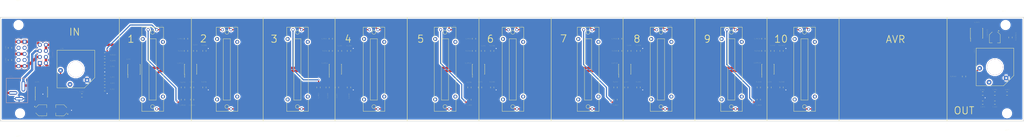
<source format=kicad_pcb>
(kicad_pcb (version 20171130) (host pcbnew "(5.0.0-3-g5ebb6b6)")
  (layers (0 F.Cu signal) (31 B.Cu signal) (34 B.Paste user) (35 F.Paste user) (36 B.SilkS user) (37 F.SilkS user) (38 B.Mask user) (39 F.Mask user) (44 Edge.Cuts user))
  (net 0 "")
  (net 1 /EURO_GND)
  (net 2 /PS_V+)
  (net 3 /PS_V-)
  (net 4 "Net-(C_BUFOUT1-Pad1)")
  (net 5 "Net-(C_BUFOUT1-Pad2)")
  (net 6 "Net-(C_CP1-Pad1)")
  (net 7 "Net-(C_CP1-Pad2)")
  (net 8 /CP_V-)
  (net 9 /GND)
  (net 10 "Net-(C_DC1-Pad2)")
  (net 11 "Net-(C_DC1-Pad1)")
  (net 12 "Net-(C_DC2-Pad2)")
  (net 13 "Net-(C_DC2-Pad1)")
  (net 14 "Net-(C_GY1-Pad1)")
  (net 15 "Net-(C_GY1-Pad2)")
  (net 16 "Net-(C_GY2-Pad2)")
  (net 17 "Net-(C_GY2-Pad1)")
  (net 18 "Net-(C_GY3-Pad1)")
  (net 19 "Net-(C_GY3-Pad2)")
  (net 20 "Net-(C_GY4-Pad1)")
  (net 21 "Net-(C_GY4-Pad2)")
  (net 22 "Net-(C_GY5-Pad2)")
  (net 23 "Net-(C_GY5-Pad1)")
  (net 24 "Net-(C_GY6-Pad2)")
  (net 25 "Net-(C_GY6-Pad1)")
  (net 26 "Net-(C_GY7-Pad2)")
  (net 27 "Net-(C_GY7-Pad1)")
  (net 28 "Net-(C_GY8-Pad1)")
  (net 29 "Net-(C_GY8-Pad2)")
  (net 30 "Net-(C_GY9-Pad2)")
  (net 31 "Net-(C_GY9-Pad1)")
  (net 32 "Net-(C_GY10-Pad1)")
  (net 33 "Net-(C_GY10-Pad2)")
  (net 34 "Net-(C_PRE2-Pad1)")
  (net 35 "Net-(C_PRE3-Pad1)")
  (net 36 "Net-(C_PRE4-Pad1)")
  (net 37 "Net-(C_PRE5-Pad1)")
  (net 38 "Net-(C_PRE6-Pad1)")
  (net 39 "Net-(C_PRE7-Pad1)")
  (net 40 "Net-(C_PRE8-Pad1)")
  (net 41 "Net-(C_PRE9-Pad1)")
  (net 42 "Net-(C_PRE10-Pad1)")
  (net 43 "Net-(C_PREA1-Pad1)")
  (net 44 "Net-(C_RF1-Pad1)")
  (net 45 "Net-(C_RF2-Pad1)")
  (net 46 /CP_V+)
  (net 47 /V+)
  (net 48 /V-)
  (net 49 /SeriesResonatorBlock/EQ_IN)
  (net 50 /SeriesResonatorBlock/EQ_OUT)
  (net 51 "Net-(R_BEAD2-Pad1)")
  (net 52 "Net-(R_GAIN1-Pad2)")
  (net 53 "Net-(R_GYA1-Pad2)")
  (net 54 "Net-(R_GYA2-Pad2)")
  (net 55 "Net-(R_GYA3-Pad2)")
  (net 56 "Net-(R_GYA4-Pad2)")
  (net 57 "Net-(R_GYA5-Pad2)")
  (net 58 "Net-(R_GYA6-Pad2)")
  (net 59 "Net-(R_GYA7-Pad2)")
  (net 60 "Net-(R_GYA8-Pad2)")
  (net 61 "Net-(R_GYA9-Pad2)")
  (net 62 "Net-(R_GYA10-Pad2)")
  (module Package_SO:SOIC-8_3.9x4.9mm_P1.27mm (layer F.Cu) (at 52.705 99.695 90)
    (fp_text reference U_CP1 (at 4.191 -1.778 180) (layer F.SilkS) (effects (font (size 0.4 0.4) (thickness 0.015))))
    (fp_text value _TC7662B)
    (pad 8 smd rect (at 2.7 -1.905 90) (size 1.55 0.6) (layers F.Cu F.Paste F.Mask) (net 46 /CP_V+))
    (pad 7 smd rect (at 2.7 -0.635 90) (size 1.55 0.6) (layers F.Cu F.Paste F.Mask))
    (pad 6 smd rect (at 2.7 0.635 90) (size 1.55 0.6) (layers F.Cu F.Paste F.Mask))
    (pad 5 smd rect (at 2.7 1.905 90) (size 1.55 0.6) (layers F.Cu F.Paste F.Mask) (net 8 /CP_V-))
    (pad 4 smd rect (at -2.7 1.905 90) (size 1.55 0.6) (layers F.Cu F.Paste F.Mask) (net 7 "Net-(C_CP1-Pad2)"))
    (pad 3 smd rect (at -2.7 0.635 90) (size 1.55 0.6) (layers F.Cu F.Paste F.Mask) (net 9 /GND))
    (pad 2 smd rect (at -2.7 -0.635 90) (size 1.55 0.6) (layers F.Cu F.Paste F.Mask) (net 6 "Net-(C_CP1-Pad1)"))
    (pad 1 smd rect (at -2.7 -1.905 90) (size 1.55 0.6) (layers F.Cu F.Paste F.Mask) (net 46 /CP_V+))
  )
  (module Capacitor_SMD:C_0805_2012Metric_Pad1.15x1.40mm_HandSolder (layer F.Cu) (at 168.275 97.79 270)
    (fp_text reference C_PRE3 (at 3.429 0 90) (layer F.SilkS) (effects (font (size 0.4 0.4) (thickness 0.015))))
    (fp_text value 390nF)
    (pad 1 smd roundrect (at -1.025 0 270) (size 1.15 1.4) (layers F.Cu F.Paste F.Mask) (roundrect_rratio 0.217391) (net 35 "Net-(C_PRE3-Pad1)"))
    (pad 2 smd roundrect (at 1.025 0 270) (size 1.15 1.4) (layers F.Cu F.Paste F.Mask) (roundrect_rratio 0.217391) (net 18 "Net-(C_GY3-Pad1)"))
  )
  (module Resistor_SMD:R_0805_2012Metric_Pad1.15x1.40mm_HandSolder (layer F.Cu) (at 233.045 82.55 270)
    (fp_text reference R_GYA6 (at 0 2.413) (layer F.SilkS) (effects (font (size 0.4 0.4) (thickness 0.015))))
    (fp_text value 680R)
    (pad 2 smd roundrect (at 1.025 0 270) (size 1.15 1.4) (layers F.Cu F.Paste F.Mask) (roundrect_rratio 0.217391) (net 58 "Net-(R_GYA6-Pad2)"))
    (pad 1 smd roundrect (at -1.025 0 270) (size 1.15 1.4) (layers F.Cu F.Paste F.Mask) (roundrect_rratio 0.217391) (net 25 "Net-(C_GY6-Pad1)"))
  )
  (module Resistor_SMD:R_0805_2012Metric_Pad1.15x1.40mm_HandSolder (layer F.Cu) (at 113.03 82.55 270)
    (fp_text reference R_GYA2 (at 0 2.286) (layer F.SilkS) (effects (font (size 0.4 0.4) (thickness 0.015))))
    (fp_text value 680R)
    (pad 2 smd roundrect (at 1.025 0 270) (size 1.15 1.4) (layers F.Cu F.Paste F.Mask) (roundrect_rratio 0.217391) (net 54 "Net-(R_GYA2-Pad2)"))
    (pad 1 smd roundrect (at -1.025 0 270) (size 1.15 1.4) (layers F.Cu F.Paste F.Mask) (roundrect_rratio 0.217391) (net 17 "Net-(C_GY2-Pad1)"))
  )
  (module Resistor_SMD:R_0805_2012Metric_Pad1.15x1.40mm_HandSolder (layer F.Cu) (at 173.355 82.55 270)
    (fp_text reference R_GYA4 (at 0 2.413) (layer F.SilkS) (effects (font (size 0.4 0.4) (thickness 0.015))))
    (fp_text value 680R)
    (pad 1 smd roundrect (at -1.025 0 270) (size 1.15 1.4) (layers F.Cu F.Paste F.Mask) (roundrect_rratio 0.217391) (net 20 "Net-(C_GY4-Pad1)"))
    (pad 2 smd roundrect (at 1.025 0 270) (size 1.15 1.4) (layers F.Cu F.Paste F.Mask) (roundrect_rratio 0.217391) (net 56 "Net-(R_GYA4-Pad2)"))
  )
  (module Capacitor_SMD:C_0805_2012Metric_Pad1.15x1.40mm_HandSolder (layer F.Cu) (at 173.355 77.47 270)
    (fp_text reference C_PRE4 (at 0 2.794) (layer F.SilkS) (effects (font (size 0.4 0.4) (thickness 0.015))))
    (fp_text value 220nF)
    (pad 2 smd roundrect (at 1.025 0 270) (size 1.15 1.4) (layers F.Cu F.Paste F.Mask) (roundrect_rratio 0.217391) (net 20 "Net-(C_GY4-Pad1)"))
    (pad 1 smd roundrect (at -1.025 0 270) (size 1.15 1.4) (layers F.Cu F.Paste F.Mask) (roundrect_rratio 0.217391) (net 36 "Net-(C_PRE4-Pad1)"))
  )
  (module Resistor_SMD:R_0805_2012Metric_Pad1.15x1.40mm_HandSolder (layer F.Cu) (at 120.65 82.55 90)
    (fp_text reference R_GYB2 (at 2.286 0 180) (layer F.SilkS) (effects (font (size 0.4 0.4) (thickness 0.015))))
    (fp_text value 100K)
    (pad 1 smd roundrect (at -1.025 0 90) (size 1.15 1.4) (layers F.Cu F.Paste F.Mask) (roundrect_rratio 0.217391) (net 16 "Net-(C_GY2-Pad2)"))
    (pad 2 smd roundrect (at 1.025 0 90) (size 1.15 1.4) (layers F.Cu F.Paste F.Mask) (roundrect_rratio 0.217391) (net 9 /GND))
  )
  (module Resistor_SMD:R_0805_2012Metric_Pad1.15x1.40mm_HandSolder (layer F.Cu) (at 437.388 93.218 270)
    (fp_text reference R_BEAD2 (at 0 4.572) (layer F.SilkS) (effects (font (size 0.4 0.4) (thickness 0.015))))
    (fp_text value 10R)
    (pad 2 smd roundrect (at 1.025 0 270) (size 1.15 1.4) (layers F.Cu F.Paste F.Mask) (roundrect_rratio 0.217391) (net 50 /SeriesResonatorBlock/EQ_OUT))
    (pad 1 smd roundrect (at -1.025 0 270) (size 1.15 1.4) (layers F.Cu F.Paste F.Mask) (roundrect_rratio 0.217391) (net 51 "Net-(R_BEAD2-Pad1)"))
  )
  (module Capacitor_SMD:C_0805_2012Metric_Pad1.15x1.40mm_HandSolder (layer F.Cu) (at 113.03 77.47 270)
    (fp_text reference C_PRE2 (at 0 2.413) (layer F.SilkS) (effects (font (size 0.4 0.4) (thickness 0.015))))
    (fp_text value 1uF)
    (pad 1 smd roundrect (at -1.025 0 270) (size 1.15 1.4) (layers F.Cu F.Paste F.Mask) (roundrect_rratio 0.217391) (net 34 "Net-(C_PRE2-Pad1)"))
    (pad 2 smd roundrect (at 1.025 0 270) (size 1.15 1.4) (layers F.Cu F.Paste F.Mask) (roundrect_rratio 0.217391) (net 17 "Net-(C_GY2-Pad1)"))
  )
  (module Capacitor_SMD:C_0805_2012Metric_Pad1.15x1.40mm_HandSolder (layer F.Cu) (at 115.57 97.79 90)
    (fp_text reference C_GY1 (at 2.286 -0.127) (layer F.SilkS) (effects (font (size 0.4 0.4) (thickness 0.015))))
    (fp_text value 220nF)
    (pad 1 smd roundrect (at -1.025 0 90) (size 1.15 1.4) (layers F.Cu F.Paste F.Mask) (roundrect_rratio 0.217391) (net 14 "Net-(C_GY1-Pad1)"))
    (pad 2 smd roundrect (at 1.025 0 90) (size 1.15 1.4) (layers F.Cu F.Paste F.Mask) (roundrect_rratio 0.217391) (net 15 "Net-(C_GY1-Pad2)"))
  )
  (module Capacitor_SMD:C_0805_2012Metric_Pad1.15x1.40mm_HandSolder (layer F.Cu) (at 116.84 82.55 270)
    (fp_text reference C_GY2 (at -2.54 0) (layer F.SilkS) (effects (font (size 0.4 0.4) (thickness 0.015))))
    (fp_text value 100nF)
    (pad 2 smd roundrect (at 1.025 0 270) (size 1.15 1.4) (layers F.Cu F.Paste F.Mask) (roundrect_rratio 0.217391) (net 16 "Net-(C_GY2-Pad2)"))
    (pad 1 smd roundrect (at -1.025 0 270) (size 1.15 1.4) (layers F.Cu F.Paste F.Mask) (roundrect_rratio 0.217391) (net 17 "Net-(C_GY2-Pad1)"))
  )
  (module Resistor_SMD:R_0805_2012Metric_Pad1.15x1.40mm_HandSolder (layer F.Cu) (at 120.65 97.79 270)
    (fp_text reference R_GYB1 (at -2.286 0.127 180) (layer F.SilkS) (effects (font (size 0.4 0.4) (thickness 0.015))))
    (fp_text value 110K)
    (pad 1 smd roundrect (at -1.025 0 270) (size 1.15 1.4) (layers F.Cu F.Paste F.Mask) (roundrect_rratio 0.217391) (net 15 "Net-(C_GY1-Pad2)"))
    (pad 2 smd roundrect (at 1.025 0 270) (size 1.15 1.4) (layers F.Cu F.Paste F.Mask) (roundrect_rratio 0.217391) (net 9 /GND))
  )
  (module Package_SO:SOIC-8_3.9x4.9mm_P1.27mm (layer F.Cu) (at 114.935 90.17 90)
    (fp_text reference U_GY1_2 (at 2.54 -4.318 180) (layer F.SilkS) (effects (font (size 0.4 0.4) (thickness 0.015))))
    (fp_text value TL072)
    (pad 1 smd rect (at -2.7 -1.905 90) (size 1.55 0.6) (layers F.Cu F.Paste F.Mask) (net 53 "Net-(R_GYA1-Pad2)"))
    (pad 2 smd rect (at -2.7 -0.635 90) (size 1.55 0.6) (layers F.Cu F.Paste F.Mask) (net 53 "Net-(R_GYA1-Pad2)"))
    (pad 3 smd rect (at -2.7 0.635 90) (size 1.55 0.6) (layers F.Cu F.Paste F.Mask) (net 15 "Net-(C_GY1-Pad2)"))
    (pad 4 smd rect (at -2.7 1.905 90) (size 1.55 0.6) (layers F.Cu F.Paste F.Mask) (net 48 /V-))
    (pad 5 smd rect (at 2.7 1.905 90) (size 1.55 0.6) (layers F.Cu F.Paste F.Mask) (net 16 "Net-(C_GY2-Pad2)"))
    (pad 6 smd rect (at 2.7 0.635 90) (size 1.55 0.6) (layers F.Cu F.Paste F.Mask) (net 54 "Net-(R_GYA2-Pad2)"))
    (pad 7 smd rect (at 2.7 -0.635 90) (size 1.55 0.6) (layers F.Cu F.Paste F.Mask) (net 54 "Net-(R_GYA2-Pad2)"))
    (pad 8 smd rect (at 2.7 -1.905 90) (size 1.55 0.6) (layers F.Cu F.Paste F.Mask) (net 47 /V+))
  )
  (module Capacitor_SMD:C_0805_2012Metric_Pad1.15x1.40mm_HandSolder (layer F.Cu) (at 115.574707 102.87 90)
    (fp_text reference C_PREA1 (at -2.286 -0.004707) (layer F.SilkS) (effects (font (size 0.4 0.4) (thickness 0.015))))
    (fp_text value 680nF)
    (pad 1 smd roundrect (at -1.025 0 90) (size 1.15 1.4) (layers F.Cu F.Paste F.Mask) (roundrect_rratio 0.217391) (net 43 "Net-(C_PREA1-Pad1)"))
    (pad 2 smd roundrect (at 1.025 0 90) (size 1.15 1.4) (layers F.Cu F.Paste F.Mask) (roundrect_rratio 0.217391) (net 14 "Net-(C_GY1-Pad1)"))
  )
  (module Resistor_SMD:R_0805_2012Metric_Pad1.15x1.40mm_HandSolder (layer F.Cu) (at 111.76 97.79 90)
    (fp_text reference R_GYA1 (at 2.159 0 180) (layer F.SilkS) (effects (font (size 0.4 0.4) (thickness 0.015))))
    (fp_text value 680R)
    (pad 2 smd roundrect (at 1.025 0 90) (size 1.15 1.4) (layers F.Cu F.Paste F.Mask) (roundrect_rratio 0.217391) (net 53 "Net-(R_GYA1-Pad2)"))
    (pad 1 smd roundrect (at -1.025 0 90) (size 1.15 1.4) (layers F.Cu F.Paste F.Mask) (roundrect_rratio 0.217391) (net 14 "Net-(C_GY1-Pad1)"))
  )
  (module Capacitor_SMD:C_0805_2012Metric_Pad1.15x1.40mm_HandSolder (layer F.Cu) (at 111.76 102.87 90)
    (fp_text reference C_PREB1 (at -2.286 -0.127) (layer F.SilkS) (effects (font (size 0.4 0.4) (thickness 0.015))))
    (fp_text value 820nF)
    (pad 2 smd roundrect (at 1.025 0 90) (size 1.15 1.4) (layers F.Cu F.Paste F.Mask) (roundrect_rratio 0.217391) (net 14 "Net-(C_GY1-Pad1)"))
    (pad 1 smd roundrect (at -1.025 0 90) (size 1.15 1.4) (layers F.Cu F.Paste F.Mask) (roundrect_rratio 0.217391) (net 43 "Net-(C_PREA1-Pad1)"))
  )
  (module Capacitor_SMD:C_0805_2012Metric_Pad1.15x1.40mm_HandSolder (layer F.Cu) (at 79.121 89.154)
    (fp_text reference C_RF2 (at 3.175 -0.127) (layer F.SilkS) (effects (font (size 0.4 0.4) (thickness 0.015))))
    (fp_text value 100pF)
    (pad 1 smd roundrect (at -1.025 0) (size 1.15 1.4) (layers F.Cu F.Paste F.Mask) (roundrect_rratio 0.217391) (net 45 "Net-(C_RF2-Pad1)"))
    (pad 2 smd roundrect (at 1.025 0) (size 1.15 1.4) (layers F.Cu F.Paste F.Mask) (roundrect_rratio 0.217391) (net 9 /GND))
  )
  (module Resistor_SMD:R_0805_2012Metric_Pad1.15x1.40mm_HandSolder (layer F.Cu) (at 455.295 100.33)
    (fp_text reference R_RF2 (at 0 -1.65) (layer F.SilkS) (effects (font (size 0.4 0.4) (thickness 0.015))))
    (fp_text value 470R)
    (pad 1 smd roundrect (at -1.025 0) (size 1.15 1.4) (layers F.Cu F.Paste F.Mask) (roundrect_rratio 0.217391) (net 12 "Net-(C_DC2-Pad2)"))
    (pad 2 smd roundrect (at 1.025 0) (size 1.15 1.4) (layers F.Cu F.Paste F.Mask) (roundrect_rratio 0.217391) (net 4 "Net-(C_BUFOUT1-Pad1)"))
  )
  (module Package_SO:SOIC-8_3.9x4.9mm_P1.27mm (layer F.Cu) (at 91.313 90.297 90)
    (fp_text reference U_IN1 (at 4.318 -2.286 180) (layer F.SilkS) (effects (font (size 0.4 0.4) (thickness 0.015))))
    (fp_text value TL071)
    (pad 1 smd rect (at -2.7 -1.905 90) (size 1.55 0.6) (layers F.Cu F.Paste F.Mask))
    (pad 2 smd rect (at -2.7 -0.635 90) (size 1.55 0.6) (layers F.Cu F.Paste F.Mask) (net 52 "Net-(R_GAIN1-Pad2)"))
    (pad 3 smd rect (at -2.7 0.635 90) (size 1.55 0.6) (layers F.Cu F.Paste F.Mask) (net 44 "Net-(C_RF1-Pad1)"))
    (pad 4 smd rect (at -2.7 1.905 90) (size 1.55 0.6) (layers F.Cu F.Paste F.Mask) (net 48 /V-))
    (pad 5 smd rect (at 2.7 1.905 90) (size 1.55 0.6) (layers F.Cu F.Paste F.Mask))
    (pad 6 smd rect (at 2.7 0.635 90) (size 1.55 0.6) (layers F.Cu F.Paste F.Mask) (net 52 "Net-(R_GAIN1-Pad2)"))
    (pad 7 smd rect (at 2.7 -0.635 90) (size 1.55 0.6) (layers F.Cu F.Paste F.Mask) (net 47 /V+))
    (pad 8 smd rect (at 2.7 -1.905 90) (size 1.55 0.6) (layers F.Cu F.Paste F.Mask))
  )
  (module Capacitor_SMD:C_0805_2012Metric_Pad1.15x1.40mm_HandSolder (layer F.Cu) (at 39.624 81.28 270)
    (fp_text reference C_BP1 (at 0 1.778 270) (layer F.SilkS) (effects (font (size 0.4 0.4) (thickness 0.015))))
    (fp_text value 100nF)
    (pad 2 smd roundrect (at 1.025 0 270) (size 1.15 1.4) (layers F.Cu F.Paste F.Mask) (roundrect_rratio 0.217391) (net 1 /EURO_GND))
    (pad 1 smd roundrect (at -1.025 0 270) (size 1.15 1.4) (layers F.Cu F.Paste F.Mask) (roundrect_rratio 0.217391) (net 2 /PS_V+))
  )
  (module Capacitor_SMD:C_0805_2012Metric_Pad1.15x1.40mm_HandSolder (layer F.Cu) (at 39.624 86.36 270)
    (fp_text reference C_BP2 (at 0 1.778 270) (layer F.SilkS) (effects (font (size 0.4 0.4) (thickness 0.015))))
    (fp_text value 100nF)
    (pad 2 smd roundrect (at 1.025 0 270) (size 1.15 1.4) (layers F.Cu F.Paste F.Mask) (roundrect_rratio 0.217391) (net 3 /PS_V-))
    (pad 1 smd roundrect (at -1.025 0 270) (size 1.15 1.4) (layers F.Cu F.Paste F.Mask) (roundrect_rratio 0.217391) (net 1 /EURO_GND))
  )
  (module Capacitor_SMD:CP_Elec_4x5.4 (layer F.Cu) (at 450.215 76.962 270)
    (fp_text reference C_BUFOUT1 (at -1.778 3.175 270) (layer F.SilkS) (effects (font (size 0.4 0.4) (thickness 0.015))))
    (fp_text value 100uF)
    (pad 1 smd rect (at -1.8 0 270) (size 2.6 1.6) (layers F.Cu F.Paste F.Mask) (net 4 "Net-(C_BUFOUT1-Pad1)"))
    (pad 2 smd rect (at 1.8 0 270) (size 2.6 1.6) (layers F.Cu F.Paste F.Mask) (net 5 "Net-(C_BUFOUT1-Pad2)"))
  )
  (module Capacitor_SMD:CP_Elec_4x5.4 (layer F.Cu) (at 52.705 107.315)
    (fp_text reference C_CP1 (at 0 2.794) (layer F.SilkS) (effects (font (size 0.4 0.4) (thickness 0.015))))
    (fp_text value 10uF)
    (pad 1 smd rect (at -1.8 0) (size 2.6 1.6) (layers F.Cu F.Paste F.Mask) (net 6 "Net-(C_CP1-Pad1)"))
    (pad 2 smd rect (at 1.8 0) (size 2.6 1.6) (layers F.Cu F.Paste F.Mask) (net 7 "Net-(C_CP1-Pad2)"))
  )
  (module Capacitor_SMD:CP_Elec_4x5.4 (layer F.Cu) (at 60.96 107.315 180)
    (fp_text reference C_CP2 (at 0 -2.794 180) (layer F.SilkS) (effects (font (size 0.4 0.4) (thickness 0.015))))
    (fp_text value 10uF)
    (pad 2 smd rect (at 1.8 0 180) (size 2.6 1.6) (layers F.Cu F.Paste F.Mask) (net 8 /CP_V-))
    (pad 1 smd rect (at -1.8 0 180) (size 2.6 1.6) (layers F.Cu F.Paste F.Mask) (net 9 /GND))
  )
  (module Capacitor_SMD:C_0805_2012Metric_Pad1.15x1.40mm_HandSolder (layer F.Cu) (at 69.596 101.092 180)
    (fp_text reference C_DC1 (at 0 1.524 180) (layer F.SilkS) (effects (font (size 0.4 0.4) (thickness 0.015))))
    (fp_text value 470nF)
    (pad 2 smd roundrect (at 1.025 0 180) (size 1.15 1.4) (layers F.Cu F.Paste F.Mask) (roundrect_rratio 0.217391) (net 10 "Net-(C_DC1-Pad2)"))
    (pad 1 smd roundrect (at -1.025 0 180) (size 1.15 1.4) (layers F.Cu F.Paste F.Mask) (roundrect_rratio 0.217391) (net 11 "Net-(C_DC1-Pad1)"))
  )
  (module Capacitor_SMD:C_0805_2012Metric_Pad1.15x1.40mm_HandSolder (layer F.Cu) (at 450.215 100.33)
    (fp_text reference C_DC2 (at 0 -1.651) (layer F.SilkS) (effects (font (size 0.4 0.4) (thickness 0.015))))
    (fp_text value 1uF)
    (pad 2 smd roundrect (at 1.025 0) (size 1.15 1.4) (layers F.Cu F.Paste F.Mask) (roundrect_rratio 0.217391) (net 12 "Net-(C_DC2-Pad2)"))
    (pad 1 smd roundrect (at -1.025 0) (size 1.15 1.4) (layers F.Cu F.Paste F.Mask) (roundrect_rratio 0.217391) (net 13 "Net-(C_DC2-Pad1)"))
  )
  (module Capacitor_SMD:C_0805_2012Metric_Pad1.15x1.40mm_HandSolder (layer F.Cu) (at 450.215 104.14)
    (fp_text reference C_DC3 (at 0 1.778) (layer F.SilkS) (effects (font (size 0.4 0.4) (thickness 0.015))))
    (fp_text value 1uF)
    (pad 1 smd roundrect (at -1.025 0) (size 1.15 1.4) (layers F.Cu F.Paste F.Mask) (roundrect_rratio 0.217391) (net 13 "Net-(C_DC2-Pad1)"))
    (pad 2 smd roundrect (at 1.025 0) (size 1.15 1.4) (layers F.Cu F.Paste F.Mask) (roundrect_rratio 0.217391) (net 12 "Net-(C_DC2-Pad2)"))
  )
  (module Capacitor_SMD:C_0805_2012Metric_Pad1.15x1.40mm_HandSolder (layer F.Cu) (at 175.895 97.79 90)
    (fp_text reference C_GY3 (at -3.556 0 270) (layer F.SilkS) (effects (font (size 0.4 0.4) (thickness 0.015))))
    (fp_text value 68nF)
    (pad 1 smd roundrect (at -1.025 0 90) (size 1.15 1.4) (layers F.Cu F.Paste F.Mask) (roundrect_rratio 0.217391) (net 18 "Net-(C_GY3-Pad1)"))
    (pad 2 smd roundrect (at 1.025 0 90) (size 1.15 1.4) (layers F.Cu F.Paste F.Mask) (roundrect_rratio 0.217391) (net 19 "Net-(C_GY3-Pad2)"))
  )
  (module Capacitor_SMD:C_0805_2012Metric_Pad1.15x1.40mm_HandSolder (layer F.Cu) (at 177.165 82.55 270)
    (fp_text reference C_GY4 (at -2.159 0 180) (layer F.SilkS) (effects (font (size 0.4 0.4) (thickness 0.015))))
    (fp_text value 33nF)
    (pad 1 smd roundrect (at -1.025 0 270) (size 1.15 1.4) (layers F.Cu F.Paste F.Mask) (roundrect_rratio 0.217391) (net 20 "Net-(C_GY4-Pad1)"))
    (pad 2 smd roundrect (at 1.025 0 270) (size 1.15 1.4) (layers F.Cu F.Paste F.Mask) (roundrect_rratio 0.217391) (net 21 "Net-(C_GY4-Pad2)"))
  )
  (module Capacitor_SMD:C_0805_2012Metric_Pad1.15x1.40mm_HandSolder (layer F.Cu) (at 235.585 97.79 90)
    (fp_text reference C_GY5 (at 2.286 0) (layer F.SilkS) (effects (font (size 0.4 0.4) (thickness 0.015))))
    (fp_text value 15nF)
    (pad 2 smd roundrect (at 1.025 0 90) (size 1.15 1.4) (layers F.Cu F.Paste F.Mask) (roundrect_rratio 0.217391) (net 22 "Net-(C_GY5-Pad2)"))
    (pad 1 smd roundrect (at -1.025 0 90) (size 1.15 1.4) (layers F.Cu F.Paste F.Mask) (roundrect_rratio 0.217391) (net 23 "Net-(C_GY5-Pad1)"))
  )
  (module Capacitor_SMD:C_0805_2012Metric_Pad1.15x1.40mm_HandSolder (layer F.Cu) (at 236.855 82.55 270)
    (fp_text reference C_GY6 (at -2.159 0 180) (layer F.SilkS) (effects (font (size 0.4 0.4) (thickness 0.015))))
    (fp_text value 10nF)
    (pad 2 smd roundrect (at 1.025 0 270) (size 1.15 1.4) (layers F.Cu F.Paste F.Mask) (roundrect_rratio 0.217391) (net 24 "Net-(C_GY6-Pad2)"))
    (pad 1 smd roundrect (at -1.025 0 270) (size 1.15 1.4) (layers F.Cu F.Paste F.Mask) (roundrect_rratio 0.217391) (net 25 "Net-(C_GY6-Pad1)"))
  )
  (module Capacitor_SMD:C_0805_2012Metric_Pad1.15x1.40mm_HandSolder (layer F.Cu) (at 296.545 97.79 90)
    (fp_text reference C_GY7 (at 2.286 0) (layer F.SilkS) (effects (font (size 0.4 0.4) (thickness 0.015))))
    (fp_text value 4.7nF)
    (pad 2 smd roundrect (at 1.025 0 90) (size 1.15 1.4) (layers F.Cu F.Paste F.Mask) (roundrect_rratio 0.217391) (net 26 "Net-(C_GY7-Pad2)"))
    (pad 1 smd roundrect (at -1.025 0 90) (size 1.15 1.4) (layers F.Cu F.Paste F.Mask) (roundrect_rratio 0.217391) (net 27 "Net-(C_GY7-Pad1)"))
  )
  (module Capacitor_SMD:C_0805_2012Metric_Pad1.15x1.40mm_HandSolder (layer F.Cu) (at 297.815 82.55 270)
    (fp_text reference C_GY8 (at -2.286 0.127 180) (layer F.SilkS) (effects (font (size 0.4 0.4) (thickness 0.015))))
    (fp_text value 2.2nF)
    (pad 1 smd roundrect (at -1.025 0 270) (size 1.15 1.4) (layers F.Cu F.Paste F.Mask) (roundrect_rratio 0.217391) (net 28 "Net-(C_GY8-Pad1)"))
    (pad 2 smd roundrect (at 1.025 0 270) (size 1.15 1.4) (layers F.Cu F.Paste F.Mask) (roundrect_rratio 0.217391) (net 29 "Net-(C_GY8-Pad2)"))
  )
  (module Capacitor_SMD:C_0805_2012Metric_Pad1.15x1.40mm_HandSolder (layer F.Cu) (at 356.235 97.79 90)
    (fp_text reference C_GY9 (at 2.286 -0.127 180) (layer F.SilkS) (effects (font (size 0.4 0.4) (thickness 0.015))))
    (fp_text value 1nF)
    (pad 2 smd roundrect (at 1.025 0 90) (size 1.15 1.4) (layers F.Cu F.Paste F.Mask) (roundrect_rratio 0.217391) (net 30 "Net-(C_GY9-Pad2)"))
    (pad 1 smd roundrect (at -1.025 0 90) (size 1.15 1.4) (layers F.Cu F.Paste F.Mask) (roundrect_rratio 0.217391) (net 31 "Net-(C_GY9-Pad1)"))
  )
  (module Capacitor_SMD:C_0805_2012Metric_Pad1.15x1.40mm_HandSolder (layer F.Cu) (at 357.505 82.55 270)
    (fp_text reference C_GY10 (at -2.286 0 180) (layer F.SilkS) (effects (font (size 0.4 0.4) (thickness 0.015))))
    (fp_text value 680pF)
    (pad 1 smd roundrect (at -1.025 0 270) (size 1.15 1.4) (layers F.Cu F.Paste F.Mask) (roundrect_rratio 0.217391) (net 32 "Net-(C_GY10-Pad1)"))
    (pad 2 smd roundrect (at 1.025 0 270) (size 1.15 1.4) (layers F.Cu F.Paste F.Mask) (roundrect_rratio 0.217391) (net 33 "Net-(C_GY10-Pad2)"))
  )
  (module Capacitor_SMD:C_0805_2012Metric_Pad1.15x1.40mm_HandSolder (layer F.Cu) (at 231.14 102.87 90)
    (fp_text reference C_PRE5 (at -2.286 0) (layer F.SilkS) (effects (font (size 0.4 0.4) (thickness 0.015))))
    (fp_text value 100nF)
    (pad 1 smd roundrect (at -1.025 0 90) (size 1.15 1.4) (layers F.Cu F.Paste F.Mask) (roundrect_rratio 0.217391) (net 37 "Net-(C_PRE5-Pad1)"))
    (pad 2 smd roundrect (at 1.025 0 90) (size 1.15 1.4) (layers F.Cu F.Paste F.Mask) (roundrect_rratio 0.217391) (net 23 "Net-(C_GY5-Pad1)"))
  )
  (module Capacitor_SMD:C_0805_2012Metric_Pad1.15x1.40mm_HandSolder (layer F.Cu) (at 233.045 77.47 270)
    (fp_text reference C_PRE6 (at 0 2.413) (layer F.SilkS) (effects (font (size 0.4 0.4) (thickness 0.015))))
    (fp_text value 47nF)
    (pad 1 smd roundrect (at -1.025 0 270) (size 1.15 1.4) (layers F.Cu F.Paste F.Mask) (roundrect_rratio 0.217391) (net 38 "Net-(C_PRE6-Pad1)"))
    (pad 2 smd roundrect (at 1.025 0 270) (size 1.15 1.4) (layers F.Cu F.Paste F.Mask) (roundrect_rratio 0.217391) (net 25 "Net-(C_GY6-Pad1)"))
  )
  (module Capacitor_SMD:C_0805_2012Metric_Pad1.15x1.40mm_HandSolder (layer F.Cu) (at 292.1 102.87 90)
    (fp_text reference C_PRE7 (at -2.286 0) (layer F.SilkS) (effects (font (size 0.4 0.4) (thickness 0.015))))
    (fp_text value 22nF)
    (pad 2 smd roundrect (at 1.025 0 90) (size 1.15 1.4) (layers F.Cu F.Paste F.Mask) (roundrect_rratio 0.217391) (net 27 "Net-(C_GY7-Pad1)"))
    (pad 1 smd roundrect (at -1.025 0 90) (size 1.15 1.4) (layers F.Cu F.Paste F.Mask) (roundrect_rratio 0.217391) (net 39 "Net-(C_PRE7-Pad1)"))
  )
  (module Capacitor_SMD:C_0805_2012Metric_Pad1.15x1.40mm_HandSolder (layer F.Cu) (at 294.005 77.47 270)
    (fp_text reference C_PRE8 (at 0 2.54) (layer F.SilkS) (effects (font (size 0.4 0.4) (thickness 0.015))))
    (fp_text value 10nF)
    (pad 2 smd roundrect (at 1.025 0 270) (size 1.15 1.4) (layers F.Cu F.Paste F.Mask) (roundrect_rratio 0.217391) (net 28 "Net-(C_GY8-Pad1)"))
    (pad 1 smd roundrect (at -1.025 0 270) (size 1.15 1.4) (layers F.Cu F.Paste F.Mask) (roundrect_rratio 0.217391) (net 40 "Net-(C_PRE8-Pad1)"))
  )
  (module Capacitor_SMD:C_0805_2012Metric_Pad1.15x1.40mm_HandSolder (layer F.Cu) (at 351.79 102.87 90)
    (fp_text reference C_PRE9 (at -2.286 0) (layer F.SilkS) (effects (font (size 0.4 0.4) (thickness 0.015))))
    (fp_text value 6.8nF)
    (pad 1 smd roundrect (at -1.025 0 90) (size 1.15 1.4) (layers F.Cu F.Paste F.Mask) (roundrect_rratio 0.217391) (net 41 "Net-(C_PRE9-Pad1)"))
    (pad 2 smd roundrect (at 1.025 0 90) (size 1.15 1.4) (layers F.Cu F.Paste F.Mask) (roundrect_rratio 0.217391) (net 31 "Net-(C_GY9-Pad1)"))
  )
  (module Capacitor_SMD:C_0805_2012Metric_Pad1.15x1.40mm_HandSolder (layer F.Cu) (at 353.695 77.47 270)
    (fp_text reference C_PRE10 (at 0 2.54) (layer F.SilkS) (effects (font (size 0.4 0.4) (thickness 0.015))))
    (fp_text value 3.3nF)
    (pad 2 smd roundrect (at 1.025 0 270) (size 1.15 1.4) (layers F.Cu F.Paste F.Mask) (roundrect_rratio 0.217391) (net 32 "Net-(C_GY10-Pad1)"))
    (pad 1 smd roundrect (at -1.025 0 270) (size 1.15 1.4) (layers F.Cu F.Paste F.Mask) (roundrect_rratio 0.217391) (net 42 "Net-(C_PRE10-Pad1)"))
  )
  (module Capacitor_SMD:C_0805_2012Metric_Pad1.15x1.40mm_HandSolder (layer F.Cu) (at 79.121 93.472 180)
    (fp_text reference C_RF1 (at -3.175 0 180) (layer F.SilkS) (effects (font (size 0.4 0.4) (thickness 0.015))))
    (fp_text value 100pF)
    (pad 1 smd roundrect (at -1.025 0 180) (size 1.15 1.4) (layers F.Cu F.Paste F.Mask) (roundrect_rratio 0.217391) (net 44 "Net-(C_RF1-Pad1)"))
    (pad 2 smd roundrect (at 1.025 0 180) (size 1.15 1.4) (layers F.Cu F.Paste F.Mask) (roundrect_rratio 0.217391) (net 9 /GND))
  )
  (module Capacitor_SMD:C_0805_2012Metric_Pad1.15x1.40mm_HandSolder (layer F.Cu) (at 445.135 104.14)
    (fp_text reference C_RF3 (at 0 1.778 180) (layer F.SilkS) (effects (font (size 0.4 0.4) (thickness 0.015))))
    (fp_text value 1nF)
    (pad 1 smd roundrect (at -1.025 0) (size 1.15 1.4) (layers F.Cu F.Paste F.Mask) (roundrect_rratio 0.217391) (net 13 "Net-(C_DC2-Pad1)"))
    (pad 2 smd roundrect (at 1.025 0) (size 1.15 1.4) (layers F.Cu F.Paste F.Mask) (roundrect_rratio 0.217391) (net 9 /GND))
  )
  (module "WurthDCBarrelSocketVertical_5:Wurth Elektronik Through Hole DC Power Socket WR-DC Series, 5.5mm Vertical 3A" (layer B.Cu) (at 42.545 99.06 180)
    (fp_text reference J_PS2 (at 2.413 5.842 180) (layer B.SilkS) (effects (font (size 0.4 0.4) (thickness 0.015)) (justify mirror)))
    (fp_text value Barrel_Jack)
    (pad 1 thru_hole oval (at -2.667 1.778 180) (size 1.6 4.5) (drill oval 0.8 3.5) (layers *.Cu *.Mask) (net 46 /CP_V+))
    (pad 3 thru_hole oval (at 1.651 -1.016 90) (size 1.5 3.6) (drill oval 0.6 2.8) (layers *.Cu *.Mask) (net 1 /EURO_GND))
    (pad 2 thru_hole oval (at -0.889 -3.429 90) (size 1.5 3.6) (drill oval 0.6 2.8) (layers *.Cu *.Mask) (net 9 /GND))
  )
  (module Resistor_SMD:R_0805_2012Metric_Pad1.15x1.40mm_HandSolder (layer F.Cu) (at 79.121 84.074 180)
    (fp_text reference R_BEAD1 (at -3.429 -0.127) (layer F.SilkS) (effects (font (size 0.4 0.4) (thickness 0.015))))
    (fp_text value 10R)
    (pad 1 smd roundrect (at -1.025 0 180) (size 1.15 1.4) (layers F.Cu F.Paste F.Mask) (roundrect_rratio 0.217391) (net 49 /SeriesResonatorBlock/EQ_IN))
    (pad 2 smd roundrect (at 1.025 0 180) (size 1.15 1.4) (layers F.Cu F.Paste F.Mask) (roundrect_rratio 0.217391) (net 45 "Net-(C_RF2-Pad1)"))
  )
  (module Resistor_SMD:R_0805_2012Metric_Pad1.15x1.40mm_HandSolder (layer F.Cu) (at 456.692 76.962 270)
    (fp_text reference R_BUFOUT1 (at -0.508 -2.286 270) (layer F.SilkS) (effects (font (size 0.4 0.4) (thickness 0.015))))
    (fp_text value 2K7)
    (pad 1 smd roundrect (at -1.025 0 270) (size 1.15 1.4) (layers F.Cu F.Paste F.Mask) (roundrect_rratio 0.217391) (net 4 "Net-(C_BUFOUT1-Pad1)"))
    (pad 2 smd roundrect (at 1.025 0 270) (size 1.15 1.4) (layers F.Cu F.Paste F.Mask) (roundrect_rratio 0.217391) (net 5 "Net-(C_BUFOUT1-Pad2)"))
  )
  (module Resistor_SMD:R_0805_2012Metric_Pad1.15x1.40mm_HandSolder (layer F.Cu) (at 79.121 86.614)
    (fp_text reference R_GAIN1 (at 3.429 0 180) (layer F.SilkS) (effects (font (size 0.4 0.4) (thickness 0.015))))
    (fp_text value 2K7)
    (pad 1 smd roundrect (at -1.025 0) (size 1.15 1.4) (layers F.Cu F.Paste F.Mask) (roundrect_rratio 0.217391) (net 45 "Net-(C_RF2-Pad1)"))
    (pad 2 smd roundrect (at 1.025 0) (size 1.15 1.4) (layers F.Cu F.Paste F.Mask) (roundrect_rratio 0.217391) (net 52 "Net-(R_GAIN1-Pad2)"))
  )
  (module Resistor_SMD:R_0805_2012Metric_Pad1.15x1.40mm_HandSolder (layer F.Cu) (at 172.085 97.79 90)
    (fp_text reference R_GYA3 (at -3.429 0 270) (layer F.SilkS) (effects (font (size 0.4 0.4) (thickness 0.015))))
    (fp_text value 680R)
    (pad 2 smd roundrect (at 1.025 0 90) (size 1.15 1.4) (layers F.Cu F.Paste F.Mask) (roundrect_rratio 0.217391) (net 55 "Net-(R_GYA3-Pad2)"))
    (pad 1 smd roundrect (at -1.025 0 90) (size 1.15 1.4) (layers F.Cu F.Paste F.Mask) (roundrect_rratio 0.217391) (net 18 "Net-(C_GY3-Pad1)"))
  )
  (module Resistor_SMD:R_0805_2012Metric_Pad1.15x1.40mm_HandSolder (layer F.Cu) (at 231.14 97.79 90)
    (fp_text reference R_GYA5 (at 2.159 -0.127 180) (layer F.SilkS) (effects (font (size 0.4 0.4) (thickness 0.015))))
    (fp_text value 680R)
    (pad 1 smd roundrect (at -1.025 0 90) (size 1.15 1.4) (layers F.Cu F.Paste F.Mask) (roundrect_rratio 0.217391) (net 23 "Net-(C_GY5-Pad1)"))
    (pad 2 smd roundrect (at 1.025 0 90) (size 1.15 1.4) (layers F.Cu F.Paste F.Mask) (roundrect_rratio 0.217391) (net 57 "Net-(R_GYA5-Pad2)"))
  )
  (module Resistor_SMD:R_0805_2012Metric_Pad1.15x1.40mm_HandSolder (layer F.Cu) (at 292.1 97.79 90)
    (fp_text reference R_GYA7 (at 2.286 0 180) (layer F.SilkS) (effects (font (size 0.4 0.4) (thickness 0.015))))
    (fp_text value 680R)
    (pad 2 smd roundrect (at 1.025 0 90) (size 1.15 1.4) (layers F.Cu F.Paste F.Mask) (roundrect_rratio 0.217391) (net 59 "Net-(R_GYA7-Pad2)"))
    (pad 1 smd roundrect (at -1.025 0 90) (size 1.15 1.4) (layers F.Cu F.Paste F.Mask) (roundrect_rratio 0.217391) (net 27 "Net-(C_GY7-Pad1)"))
  )
  (module Resistor_SMD:R_0805_2012Metric_Pad1.15x1.40mm_HandSolder (layer F.Cu) (at 294.005 82.55 270)
    (fp_text reference R_GYA8 (at 0 2.413) (layer F.SilkS) (effects (font (size 0.4 0.4) (thickness 0.015))))
    (fp_text value 680R)
    (pad 2 smd roundrect (at 1.025 0 270) (size 1.15 1.4) (layers F.Cu F.Paste F.Mask) (roundrect_rratio 0.217391) (net 60 "Net-(R_GYA8-Pad2)"))
    (pad 1 smd roundrect (at -1.025 0 270) (size 1.15 1.4) (layers F.Cu F.Paste F.Mask) (roundrect_rratio 0.217391) (net 28 "Net-(C_GY8-Pad1)"))
  )
  (module Resistor_SMD:R_0805_2012Metric_Pad1.15x1.40mm_HandSolder (layer F.Cu) (at 351.79 97.79 90)
    (fp_text reference R_GYA9 (at 2.286 0) (layer F.SilkS) (effects (font (size 0.4 0.4) (thickness 0.015))))
    (fp_text value 680R)
    (pad 2 smd roundrect (at 1.025 0 90) (size 1.15 1.4) (layers F.Cu F.Paste F.Mask) (roundrect_rratio 0.217391) (net 61 "Net-(R_GYA9-Pad2)"))
    (pad 1 smd roundrect (at -1.025 0 90) (size 1.15 1.4) (layers F.Cu F.Paste F.Mask) (roundrect_rratio 0.217391) (net 31 "Net-(C_GY9-Pad1)"))
  )
  (module Resistor_SMD:R_0805_2012Metric_Pad1.15x1.40mm_HandSolder (layer F.Cu) (at 353.695 82.55 270)
    (fp_text reference R_GYA10 (at 0 2.413) (layer F.SilkS) (effects (font (size 0.4 0.4) (thickness 0.015))))
    (fp_text value 680R)
    (pad 1 smd roundrect (at -1.025 0 270) (size 1.15 1.4) (layers F.Cu F.Paste F.Mask) (roundrect_rratio 0.217391) (net 32 "Net-(C_GY10-Pad1)"))
    (pad 2 smd roundrect (at 1.025 0 270) (size 1.15 1.4) (layers F.Cu F.Paste F.Mask) (roundrect_rratio 0.217391) (net 62 "Net-(R_GYA10-Pad2)"))
  )
  (module Resistor_SMD:R_0805_2012Metric_Pad1.15x1.40mm_HandSolder (layer F.Cu) (at 180.975 97.79 270)
    (fp_text reference R_GYB3 (at 3.556 0 90) (layer F.SilkS) (effects (font (size 0.4 0.4) (thickness 0.015))))
    (fp_text value 91K)
    (pad 1 smd roundrect (at -1.025 0 270) (size 1.15 1.4) (layers F.Cu F.Paste F.Mask) (roundrect_rratio 0.217391) (net 19 "Net-(C_GY3-Pad2)"))
    (pad 2 smd roundrect (at 1.025 0 270) (size 1.15 1.4) (layers F.Cu F.Paste F.Mask) (roundrect_rratio 0.217391) (net 9 /GND))
  )
  (module Resistor_SMD:R_0805_2012Metric_Pad1.15x1.40mm_HandSolder (layer F.Cu) (at 180.975 82.55 90)
    (fp_text reference R_GYB4 (at 2.159 0.127) (layer F.SilkS) (effects (font (size 0.4 0.4) (thickness 0.015))))
    (fp_text value 82K)
    (pad 2 smd roundrect (at 1.025 0 90) (size 1.15 1.4) (layers F.Cu F.Paste F.Mask) (roundrect_rratio 0.217391) (net 9 /GND))
    (pad 1 smd roundrect (at -1.025 0 90) (size 1.15 1.4) (layers F.Cu F.Paste F.Mask) (roundrect_rratio 0.217391) (net 21 "Net-(C_GY4-Pad2)"))
  )
  (module Resistor_SMD:R_0805_2012Metric_Pad1.15x1.40mm_HandSolder (layer F.Cu) (at 240.665 97.79 270)
    (fp_text reference R_GYB5 (at -2.286 0 180) (layer F.SilkS) (effects (font (size 0.4 0.4) (thickness 0.015))))
    (fp_text value 100K)
    (pad 2 smd roundrect (at 1.025 0 270) (size 1.15 1.4) (layers F.Cu F.Paste F.Mask) (roundrect_rratio 0.217391) (net 9 /GND))
    (pad 1 smd roundrect (at -1.025 0 270) (size 1.15 1.4) (layers F.Cu F.Paste F.Mask) (roundrect_rratio 0.217391) (net 22 "Net-(C_GY5-Pad2)"))
  )
  (module Resistor_SMD:R_0805_2012Metric_Pad1.15x1.40mm_HandSolder (layer F.Cu) (at 240.665 82.55 90)
    (fp_text reference R_GYB6 (at 2.159 0) (layer F.SilkS) (effects (font (size 0.4 0.4) (thickness 0.015))))
    (fp_text value 82K)
    (pad 2 smd roundrect (at 1.025 0 90) (size 1.15 1.4) (layers F.Cu F.Paste F.Mask) (roundrect_rratio 0.217391) (net 9 /GND))
    (pad 1 smd roundrect (at -1.025 0 90) (size 1.15 1.4) (layers F.Cu F.Paste F.Mask) (roundrect_rratio 0.217391) (net 24 "Net-(C_GY6-Pad2)"))
  )
  (module Resistor_SMD:R_0805_2012Metric_Pad1.15x1.40mm_HandSolder (layer F.Cu) (at 301.625 97.79 270)
    (fp_text reference R_GYB7 (at -2.286 0 180) (layer F.SilkS) (effects (font (size 0.4 0.4) (thickness 0.015))))
    (fp_text value 91K)
    (pad 1 smd roundrect (at -1.025 0 270) (size 1.15 1.4) (layers F.Cu F.Paste F.Mask) (roundrect_rratio 0.217391) (net 26 "Net-(C_GY7-Pad2)"))
    (pad 2 smd roundrect (at 1.025 0 270) (size 1.15 1.4) (layers F.Cu F.Paste F.Mask) (roundrect_rratio 0.217391) (net 9 /GND))
  )
  (module Resistor_SMD:R_0805_2012Metric_Pad1.15x1.40mm_HandSolder (layer F.Cu) (at 301.625 82.55 90)
    (fp_text reference R_GYB8 (at 2.286 0) (layer F.SilkS) (effects (font (size 0.4 0.4) (thickness 0.015))))
    (fp_text value 110K)
    (pad 2 smd roundrect (at 1.025 0 90) (size 1.15 1.4) (layers F.Cu F.Paste F.Mask) (roundrect_rratio 0.217391) (net 9 /GND))
    (pad 1 smd roundrect (at -1.025 0 90) (size 1.15 1.4) (layers F.Cu F.Paste F.Mask) (roundrect_rratio 0.217391) (net 29 "Net-(C_GY8-Pad2)"))
  )
  (module Resistor_SMD:R_0805_2012Metric_Pad1.15x1.40mm_HandSolder (layer F.Cu) (at 361.315 97.79 270)
    (fp_text reference R_GYB9 (at -2.286 0 180) (layer F.SilkS) (effects (font (size 0.4 0.4) (thickness 0.015))))
    (fp_text value 82K)
    (pad 1 smd roundrect (at -1.025 0 270) (size 1.15 1.4) (layers F.Cu F.Paste F.Mask) (roundrect_rratio 0.217391) (net 30 "Net-(C_GY9-Pad2)"))
    (pad 2 smd roundrect (at 1.025 0 270) (size 1.15 1.4) (layers F.Cu F.Paste F.Mask) (roundrect_rratio 0.217391) (net 9 /GND))
  )
  (module Resistor_SMD:R_0805_2012Metric_Pad1.15x1.40mm_HandSolder (layer F.Cu) (at 361.315 82.55 90)
    (fp_text reference R_GYB10 (at 2.286 0) (layer F.SilkS) (effects (font (size 0.4 0.4) (thickness 0.015))))
    (fp_text value 62K)
    (pad 2 smd roundrect (at 1.025 0 90) (size 1.15 1.4) (layers F.Cu F.Paste F.Mask) (roundrect_rratio 0.217391) (net 9 /GND))
    (pad 1 smd roundrect (at -1.025 0 90) (size 1.15 1.4) (layers F.Cu F.Paste F.Mask) (roundrect_rratio 0.217391) (net 33 "Net-(C_GY10-Pad2)"))
  )
  (module Resistor_SMD:R_0805_2012Metric_Pad1.15x1.40mm_HandSolder (layer F.Cu) (at 79.121 98.552)
    (fp_text reference R_PD1 (at 3.175 0 180) (layer F.SilkS) (effects (font (size 0.4 0.4) (thickness 0.015))))
    (fp_text value 100K)
    (pad 1 smd roundrect (at -1.025 0) (size 1.15 1.4) (layers F.Cu F.Paste F.Mask) (roundrect_rratio 0.217391) (net 11 "Net-(C_DC1-Pad1)"))
    (pad 2 smd roundrect (at 1.025 0) (size 1.15 1.4) (layers F.Cu F.Paste F.Mask) (roundrect_rratio 0.217391) (net 9 /GND))
  )
  (module Resistor_SMD:R_0805_2012Metric_Pad1.15x1.40mm_HandSolder (layer F.Cu) (at 445.135 100.33)
    (fp_text reference R_PD2 (at -0.127 -1.524) (layer F.SilkS) (effects (font (size 0.4 0.4) (thickness 0.015))))
    (fp_text value 1M)
    (pad 1 smd roundrect (at -1.025 0) (size 1.15 1.4) (layers F.Cu F.Paste F.Mask) (roundrect_rratio 0.217391) (net 13 "Net-(C_DC2-Pad1)"))
    (pad 2 smd roundrect (at 1.025 0) (size 1.15 1.4) (layers F.Cu F.Paste F.Mask) (roundrect_rratio 0.217391) (net 9 /GND))
  )
  (module Resistor_SMD:R_0805_2012Metric_Pad1.15x1.40mm_HandSolder (layer F.Cu) (at 79.121 96.012)
    (fp_text reference R_RF1 (at 3.302 0 180) (layer F.SilkS) (effects (font (size 0.4 0.4) (thickness 0.015))))
    (fp_text value 1K)
    (pad 2 smd roundrect (at 1.025 0) (size 1.15 1.4) (layers F.Cu F.Paste F.Mask) (roundrect_rratio 0.217391) (net 44 "Net-(C_RF1-Pad1)"))
    (pad 1 smd roundrect (at -1.025 0) (size 1.15 1.4) (layers F.Cu F.Paste F.Mask) (roundrect_rratio 0.217391) (net 11 "Net-(C_DC1-Pad1)"))
  )
  (module Bourn_PTA_Slider:PTA2043 (layer F.Cu) (at 99.06 90.2335 270)
    (fp_text reference RV1 (at -18.0975 -3.937) (layer F.SilkS) (effects (font (size 0.4 0.4) (thickness 0.015))))
    (fp_text value 10K)
    (pad 1 thru_hole circle (at -16.51 -1.7145 270) (size 1.3 1.3) (drill 0.762) (layers *.Cu *.Mask) (net 49 /SeriesResonatorBlock/EQ_IN))
    (pad 2 thru_hole circle (at -16.51 1.8415 270) (size 1.3 1.3) (drill 0.762) (layers *.Cu *.Mask) (net 43 "Net-(C_PREA1-Pad1)"))
    (pad 3 thru_hole circle (at 16.51 -1.7145 270) (size 1.3 1.3) (drill 0.762) (layers *.Cu *.Mask) (net 50 /SeriesResonatorBlock/EQ_OUT))
    (pad "" np_thru_hole circle (at -12.6365 4.082 270) (size 1.7 1.7) (drill 0.762) (layers *.Cu *.Mask))
    (pad "" np_thru_hole circle (at -11.43 -4.318 270) (size 1.7 1.7) (drill 0.762) (layers *.Cu *.Mask))
    (pad "" np_thru_hole circle (at 12.5635 4.082 270) (size 1.7 1.7) (drill 0.762) (layers *.Cu *.Mask))
    (pad "" np_thru_hole circle (at 11.37 -4.318 270) (size 1.7 1.7) (drill 0.762) (layers *.Cu *.Mask))
  )
  (module Bourn_PTA_Slider:PTA2043 (layer F.Cu) (at 130.048 90.2335 270)
    (fp_text reference RV2 (at -17.9705 -3.81) (layer F.SilkS) (effects (font (size 0.4 0.4) (thickness 0.015))))
    (fp_text value 10K)
    (pad "" np_thru_hole circle (at 11.37 -4.318 270) (size 1.7 1.7) (drill 0.762) (layers *.Cu *.Mask))
    (pad "" np_thru_hole circle (at 12.5635 4.082 270) (size 1.7 1.7) (drill 0.762) (layers *.Cu *.Mask))
    (pad "" np_thru_hole circle (at -11.43 -4.318 270) (size 1.7 1.7) (drill 0.762) (layers *.Cu *.Mask))
    (pad "" np_thru_hole circle (at -12.6365 4.082 270) (size 1.7 1.7) (drill 0.762) (layers *.Cu *.Mask))
    (pad 3 thru_hole circle (at 16.51 -1.7145 270) (size 1.3 1.3) (drill 0.762) (layers *.Cu *.Mask) (net 50 /SeriesResonatorBlock/EQ_OUT))
    (pad 2 thru_hole circle (at -16.51 1.8415 270) (size 1.3 1.3) (drill 0.762) (layers *.Cu *.Mask) (net 34 "Net-(C_PRE2-Pad1)"))
    (pad 1 thru_hole circle (at -16.51 -1.7145 270) (size 1.3 1.3) (drill 0.762) (layers *.Cu *.Mask) (net 49 /SeriesResonatorBlock/EQ_IN))
  )
  (module Bourn_PTA_Slider:PTA2043 (layer F.Cu) (at 159.4485 90.2335 270)
    (fp_text reference RV3 (at -17.9705 -3.7465) (layer F.SilkS) (effects (font (size 0.4 0.4) (thickness 0.015))))
    (fp_text value 10K)
    (pad 1 thru_hole circle (at -16.51 -1.7145 270) (size 1.3 1.3) (drill 0.762) (layers *.Cu *.Mask) (net 49 /SeriesResonatorBlock/EQ_IN))
    (pad 2 thru_hole circle (at -16.51 1.8415 270) (size 1.3 1.3) (drill 0.762) (layers *.Cu *.Mask) (net 35 "Net-(C_PRE3-Pad1)"))
    (pad 3 thru_hole circle (at 16.51 -1.7145 270) (size 1.3 1.3) (drill 0.762) (layers *.Cu *.Mask) (net 50 /SeriesResonatorBlock/EQ_OUT))
    (pad "" np_thru_hole circle (at -12.6365 4.082 270) (size 1.7 1.7) (drill 0.762) (layers *.Cu *.Mask))
    (pad "" np_thru_hole circle (at -11.43 -4.318 270) (size 1.7 1.7) (drill 0.762) (layers *.Cu *.Mask))
    (pad "" np_thru_hole circle (at 12.5635 4.082 270) (size 1.7 1.7) (drill 0.762) (layers *.Cu *.Mask))
    (pad "" np_thru_hole circle (at 11.37 -4.318 270) (size 1.7 1.7) (drill 0.762) (layers *.Cu *.Mask))
  )
  (module Bourn_PTA_Slider:PTA2043 (layer F.Cu) (at 191.3255 90.2335 270)
    (fp_text reference RV4 (at -17.9705 -3.7465) (layer F.SilkS) (effects (font (size 0.4 0.4) (thickness 0.015))))
    (fp_text value 10K)
    (pad "" np_thru_hole circle (at 11.37 -4.318 270) (size 1.7 1.7) (drill 0.762) (layers *.Cu *.Mask))
    (pad "" np_thru_hole circle (at 12.5635 4.082 270) (size 1.7 1.7) (drill 0.762) (layers *.Cu *.Mask))
    (pad "" np_thru_hole circle (at -11.43 -4.318 270) (size 1.7 1.7) (drill 0.762) (layers *.Cu *.Mask))
    (pad "" np_thru_hole circle (at -12.6365 4.082 270) (size 1.7 1.7) (drill 0.762) (layers *.Cu *.Mask))
    (pad 3 thru_hole circle (at 16.51 -1.7145 270) (size 1.3 1.3) (drill 0.762) (layers *.Cu *.Mask) (net 50 /SeriesResonatorBlock/EQ_OUT))
    (pad 2 thru_hole circle (at -16.51 1.8415 270) (size 1.3 1.3) (drill 0.762) (layers *.Cu *.Mask) (net 36 "Net-(C_PRE4-Pad1)"))
    (pad 1 thru_hole circle (at -16.51 -1.7145 270) (size 1.3 1.3) (drill 0.762) (layers *.Cu *.Mask) (net 49 /SeriesResonatorBlock/EQ_IN))
  )
  (module Bourn_PTA_Slider:PTA2043 (layer F.Cu) (at 220.98 90.2335 270)
    (fp_text reference RV5 (at -18.0975 -3.937) (layer F.SilkS) (effects (font (size 0.4 0.4) (thickness 0.015))))
    (fp_text value 10K)
    (pad 1 thru_hole circle (at -16.51 -1.7145 270) (size 1.3 1.3) (drill 0.762) (layers *.Cu *.Mask) (net 49 /SeriesResonatorBlock/EQ_IN))
    (pad 2 thru_hole circle (at -16.51 1.8415 270) (size 1.3 1.3) (drill 0.762) (layers *.Cu *.Mask) (net 37 "Net-(C_PRE5-Pad1)"))
    (pad 3 thru_hole circle (at 16.51 -1.7145 270) (size 1.3 1.3) (drill 0.762) (layers *.Cu *.Mask) (net 50 /SeriesResonatorBlock/EQ_OUT))
    (pad "" np_thru_hole circle (at -12.6365 4.082 270) (size 1.7 1.7) (drill 0.762) (layers *.Cu *.Mask))
    (pad "" np_thru_hole circle (at -11.43 -4.318 270) (size 1.7 1.7) (drill 0.762) (layers *.Cu *.Mask))
    (pad "" np_thru_hole circle (at 12.5635 4.082 270) (size 1.7 1.7) (drill 0.762) (layers *.Cu *.Mask))
    (pad "" np_thru_hole circle (at 11.37 -4.318 270) (size 1.7 1.7) (drill 0.762) (layers *.Cu *.Mask))
  )
  (module Bourn_PTA_Slider:PTA2043 (layer F.Cu) (at 249.2375 90.2335 270)
    (fp_text reference RV6 (at -17.9705 -3.7465) (layer F.SilkS) (effects (font (size 0.4 0.4) (thickness 0.015))))
    (fp_text value 10K)
    (pad "" np_thru_hole circle (at 11.37 -4.318 270) (size 1.7 1.7) (drill 0.762) (layers *.Cu *.Mask))
    (pad "" np_thru_hole circle (at 12.5635 4.082 270) (size 1.7 1.7) (drill 0.762) (layers *.Cu *.Mask))
    (pad "" np_thru_hole circle (at -11.43 -4.318 270) (size 1.7 1.7) (drill 0.762) (layers *.Cu *.Mask))
    (pad "" np_thru_hole circle (at -12.6365 4.082 270) (size 1.7 1.7) (drill 0.762) (layers *.Cu *.Mask))
    (pad 3 thru_hole circle (at 16.51 -1.7145 270) (size 1.3 1.3) (drill 0.762) (layers *.Cu *.Mask) (net 50 /SeriesResonatorBlock/EQ_OUT))
    (pad 2 thru_hole circle (at -16.51 1.8415 270) (size 1.3 1.3) (drill 0.762) (layers *.Cu *.Mask) (net 38 "Net-(C_PRE6-Pad1)"))
    (pad 1 thru_hole circle (at -16.51 -1.7145 270) (size 1.3 1.3) (drill 0.762) (layers *.Cu *.Mask) (net 49 /SeriesResonatorBlock/EQ_IN))
  )
  (module Bourn_PTA_Slider:PTA2043 (layer F.Cu) (at 280.6065 90.2335 270)
    (fp_text reference RV7 (at -18.0975 -3.6195) (layer F.SilkS) (effects (font (size 0.4 0.4) (thickness 0.015))))
    (fp_text value 10K)
    (pad "" np_thru_hole circle (at 11.37 -4.318 270) (size 1.7 1.7) (drill 0.762) (layers *.Cu *.Mask))
    (pad "" np_thru_hole circle (at 12.5635 4.082 270) (size 1.7 1.7) (drill 0.762) (layers *.Cu *.Mask))
    (pad "" np_thru_hole circle (at -11.43 -4.318 270) (size 1.7 1.7) (drill 0.762) (layers *.Cu *.Mask))
    (pad "" np_thru_hole circle (at -12.6365 4.082 270) (size 1.7 1.7) (drill 0.762) (layers *.Cu *.Mask))
    (pad 3 thru_hole circle (at 16.51 -1.7145 270) (size 1.3 1.3) (drill 0.762) (layers *.Cu *.Mask) (net 50 /SeriesResonatorBlock/EQ_OUT))
    (pad 2 thru_hole circle (at -16.51 1.8415 270) (size 1.3 1.3) (drill 0.762) (layers *.Cu *.Mask) (net 39 "Net-(C_PRE7-Pad1)"))
    (pad 1 thru_hole circle (at -16.51 -1.7145 270) (size 1.3 1.3) (drill 0.762) (layers *.Cu *.Mask) (net 49 /SeriesResonatorBlock/EQ_IN))
  )
  (module Bourn_PTA_Slider:PTA2043 (layer F.Cu) (at 311.023 90.2335 270)
    (fp_text reference RV8 (at -18.0975 -3.81) (layer F.SilkS) (effects (font (size 0.4 0.4) (thickness 0.015))))
    (fp_text value 10K)
    (pad "" np_thru_hole circle (at 11.37 -4.318 270) (size 1.7 1.7) (drill 0.762) (layers *.Cu *.Mask))
    (pad "" np_thru_hole circle (at 12.5635 4.082 270) (size 1.7 1.7) (drill 0.762) (layers *.Cu *.Mask))
    (pad "" np_thru_hole circle (at -11.43 -4.318 270) (size 1.7 1.7) (drill 0.762) (layers *.Cu *.Mask))
    (pad "" np_thru_hole circle (at -12.6365 4.082 270) (size 1.7 1.7) (drill 0.762) (layers *.Cu *.Mask))
    (pad 3 thru_hole circle (at 16.51 -1.7145 270) (size 1.3 1.3) (drill 0.762) (layers *.Cu *.Mask) (net 50 /SeriesResonatorBlock/EQ_OUT))
    (pad 2 thru_hole circle (at -16.51 1.8415 270) (size 1.3 1.3) (drill 0.762) (layers *.Cu *.Mask) (net 40 "Net-(C_PRE8-Pad1)"))
    (pad 1 thru_hole circle (at -16.51 -1.7145 270) (size 1.3 1.3) (drill 0.762) (layers *.Cu *.Mask) (net 49 /SeriesResonatorBlock/EQ_IN))
  )
  (module Bourn_PTA_Slider:PTA2043 (layer F.Cu) (at 340.36 90.2335 270)
    (fp_text reference RV9 (at -17.9705 -3.81) (layer F.SilkS) (effects (font (size 0.4 0.4) (thickness 0.015))))
    (fp_text value 10K)
    (pad 1 thru_hole circle (at -16.51 -1.7145 270) (size 1.3 1.3) (drill 0.762) (layers *.Cu *.Mask) (net 49 /SeriesResonatorBlock/EQ_IN))
    (pad 2 thru_hole circle (at -16.51 1.8415 270) (size 1.3 1.3) (drill 0.762) (layers *.Cu *.Mask) (net 41 "Net-(C_PRE9-Pad1)"))
    (pad 3 thru_hole circle (at 16.51 -1.7145 270) (size 1.3 1.3) (drill 0.762) (layers *.Cu *.Mask) (net 50 /SeriesResonatorBlock/EQ_OUT))
    (pad "" np_thru_hole circle (at -12.6365 4.082 270) (size 1.7 1.7) (drill 0.762) (layers *.Cu *.Mask))
    (pad "" np_thru_hole circle (at -11.43 -4.318 270) (size 1.7 1.7) (drill 0.762) (layers *.Cu *.Mask))
    (pad "" np_thru_hole circle (at 12.5635 4.082 270) (size 1.7 1.7) (drill 0.762) (layers *.Cu *.Mask))
    (pad "" np_thru_hole circle (at 11.37 -4.318 270) (size 1.7 1.7) (drill 0.762) (layers *.Cu *.Mask))
  )
  (module Bourn_PTA_Slider:PTA2043 (layer F.Cu) (at 370.84 90.2335 270)
    (fp_text reference RV10 (at -18.0975 -3.81) (layer F.SilkS) (effects (font (size 0.4 0.4) (thickness 0.015))))
    (fp_text value 10K)
    (pad 1 thru_hole circle (at -16.51 -1.7145 270) (size 1.3 1.3) (drill 0.762) (layers *.Cu *.Mask) (net 49 /SeriesResonatorBlock/EQ_IN))
    (pad 2 thru_hole circle (at -16.51 1.8415 270) (size 1.3 1.3) (drill 0.762) (layers *.Cu *.Mask) (net 42 "Net-(C_PRE10-Pad1)"))
    (pad 3 thru_hole circle (at 16.51 -1.7145 270) (size 1.3 1.3) (drill 0.762) (layers *.Cu *.Mask) (net 50 /SeriesResonatorBlock/EQ_OUT))
    (pad "" np_thru_hole circle (at -12.6365 4.082 270) (size 1.7 1.7) (drill 0.762) (layers *.Cu *.Mask))
    (pad "" np_thru_hole circle (at -11.43 -4.318 270) (size 1.7 1.7) (drill 0.762) (layers *.Cu *.Mask))
    (pad "" np_thru_hole circle (at 12.5635 4.082 270) (size 1.7 1.7) (drill 0.762) (layers *.Cu *.Mask))
    (pad "" np_thru_hole circle (at 11.37 -4.318 270) (size 1.7 1.7) (drill 0.762) (layers *.Cu *.Mask))
  )
  (module Package_SO:SOIC-8_3.9x4.9mm_P1.27mm (layer F.Cu) (at 442.595 75.184 90)
    (fp_text reference U_OUT1 (at 4.572 0.127 180) (layer F.SilkS) (effects (font (size 0.4 0.4) (thickness 0.015))))
    (fp_text value TL071)
    (pad 8 smd rect (at 2.7 -1.905 90) (size 1.55 0.6) (layers F.Cu F.Paste F.Mask))
    (pad 7 smd rect (at 2.7 -0.635 90) (size 1.55 0.6) (layers F.Cu F.Paste F.Mask) (net 47 /V+))
    (pad 6 smd rect (at 2.7 0.635 90) (size 1.55 0.6) (layers F.Cu F.Paste F.Mask) (net 4 "Net-(C_BUFOUT1-Pad1)"))
    (pad 5 smd rect (at 2.7 1.905 90) (size 1.55 0.6) (layers F.Cu F.Paste F.Mask))
    (pad 4 smd rect (at -2.7 1.905 90) (size 1.55 0.6) (layers F.Cu F.Paste F.Mask) (net 48 /V-))
    (pad 3 smd rect (at -2.7 0.635 90) (size 1.55 0.6) (layers F.Cu F.Paste F.Mask) (net 51 "Net-(R_BEAD2-Pad1)"))
    (pad 2 smd rect (at -2.7 -0.635 90) (size 1.55 0.6) (layers F.Cu F.Paste F.Mask) (net 5 "Net-(C_BUFOUT1-Pad2)"))
    (pad 1 smd rect (at -2.7 -1.905 90) (size 1.55 0.6) (layers F.Cu F.Paste F.Mask))
  )
  (module MountingHole:MountingHole_3.2mm_M3 (layer F.Cu) (at 43.18 71.755)
    (fp_text reference REF** (at 0 -10.16) (layer F.SilkS) (effects (font (size 0.4 0.4) (thickness 0.015))))
    (fp_text value MountingHole_3.2mm_M3)
    (pad 1 np_thru_hole circle (at 0 0) (size 3.2 3.2) (drill 3.2) (layers *.Cu *.Mask))
  )
  (module MountingHole:MountingHole_3.2mm_M3 (layer F.Cu) (at 43.815 108.585)
    (fp_text reference REF** (at -0.635 9.525) (layer F.SilkS) (effects (font (size 0.4 0.4) (thickness 0.015))))
    (fp_text value MountingHole_3.2mm_M3)
    (pad 1 np_thru_hole circle (at 0 0) (size 3.2 3.2) (drill 3.2) (layers *.Cu *.Mask))
  )
  (module MountingHole:MountingHole_3.2mm_M3 (layer F.Cu) (at 455.295 108.585)
    (fp_text reference REF** (at 0 6.985) (layer F.SilkS) (effects (font (size 0.4 0.4) (thickness 0.015))))
    (fp_text value MountingHole_3.2mm_M3)
    (pad 1 np_thru_hole circle (at 0 0) (size 3.2 3.2) (drill 3.2) (layers *.Cu *.Mask))
  )
  (module MountingHole:MountingHole_3.2mm_M3 (layer F.Cu) (at 454.66 71.755)
    (fp_text reference REF** (at -0.635 -5.715) (layer F.SilkS) (effects (font (size 0.4 0.4) (thickness 0.015))))
    (fp_text value MountingHole_3.2mm_M3)
    (pad 1 np_thru_hole circle (at 0 0) (size 3.2 3.2) (drill 3.2) (layers *.Cu *.Mask))
  )
  (module Connector_PinHeader_2.54mm:PinHeader_2x05_P2.54mm_Vertical (layer B.Cu) (at 45.72 78.74 180)
    (fp_text reference J_PS1 (at 1.016 2.54 180) (layer B.SilkS) (effects (font (size 0.4 0.4) (thickness 0.015)) (justify mirror)))
    (fp_text value Conn_02x05_Odd_Even)
    (pad 1 thru_hole rect (at 0 0 180) (size 1.7 1.7) (drill 1) (layers *.Cu *.Mask) (net 2 /PS_V+))
    (pad 2 thru_hole oval (at 2.54 0 180) (size 1.7 1.7) (drill 1) (layers *.Cu *.Mask) (net 2 /PS_V+))
    (pad 3 thru_hole oval (at 0 -2.54 180) (size 1.7 1.7) (drill 1) (layers *.Cu *.Mask))
    (pad 4 thru_hole oval (at 2.54 -2.54 180) (size 1.7 1.7) (drill 1) (layers *.Cu *.Mask))
    (pad 5 thru_hole oval (at 0 -5.08 180) (size 1.7 1.7) (drill 1) (layers *.Cu *.Mask) (net 1 /EURO_GND))
    (pad 6 thru_hole oval (at 2.54 -5.08 180) (size 1.7 1.7) (drill 1) (layers *.Cu *.Mask) (net 1 /EURO_GND))
    (pad 7 thru_hole oval (at 0 -7.62 180) (size 1.7 1.7) (drill 1) (layers *.Cu *.Mask))
    (pad 8 thru_hole oval (at 2.54 -7.62 180) (size 1.7 1.7) (drill 1) (layers *.Cu *.Mask))
    (pad 9 thru_hole oval (at 0 -10.16 180) (size 1.7 1.7) (drill 1) (layers *.Cu *.Mask) (net 3 /PS_V-))
    (pad 10 thru_hole oval (at 2.54 -10.16 180) (size 1.7 1.7) (drill 1) (layers *.Cu *.Mask) (net 3 /PS_V-))
  )
  (module Connector_PinHeader_2.54mm:PinHeader_2x04_P2.54mm_Vertical (layer B.Cu) (at 52.07 87.63)
    (fp_text reference J_PWRSEL1 (at 5.334 -3.81 90) (layer B.SilkS) (effects (font (size 0.4 0.4) (thickness 0.015)) (justify mirror)))
    (fp_text value Conn_02x04_Odd_Even)
    (pad 1 thru_hole rect (at 0 0) (size 1.7 1.7) (drill 1) (layers *.Cu *.Mask) (net 8 /CP_V-))
    (pad 2 thru_hole oval (at 2.54 0) (size 1.7 1.7) (drill 1) (layers *.Cu *.Mask) (net 48 /V-))
    (pad 3 thru_hole oval (at 0 -2.54) (size 1.7 1.7) (drill 1) (layers *.Cu *.Mask) (net 3 /PS_V-))
    (pad 4 thru_hole oval (at 2.54 -2.54) (size 1.7 1.7) (drill 1) (layers *.Cu *.Mask) (net 48 /V-))
    (pad 5 thru_hole oval (at 0 -5.08) (size 1.7 1.7) (drill 1) (layers *.Cu *.Mask) (net 46 /CP_V+))
    (pad 6 thru_hole oval (at 2.54 -5.08) (size 1.7 1.7) (drill 1) (layers *.Cu *.Mask) (net 47 /V+))
    (pad 7 thru_hole oval (at 0 -7.62) (size 1.7 1.7) (drill 1) (layers *.Cu *.Mask) (net 2 /PS_V+))
    (pad 8 thru_hole oval (at 2.54 -7.62) (size 1.7 1.7) (drill 1) (layers *.Cu *.Mask) (net 47 /V+))
  )
  (module Package_SO:SOIC-8_3.9x4.9mm_P1.27mm (layer F.Cu) (at 175.26 90.17 90)
    (fp_text reference U_GY3_4 (at 2.54 -4.445 180) (layer F.SilkS) (effects (font (size 0.4 0.4) (thickness 0.015))))
    (fp_text value TL072)
    (pad 8 smd rect (at 2.7 -1.905 90) (size 1.55 0.6) (layers F.Cu F.Paste F.Mask) (net 47 /V+))
    (pad 7 smd rect (at 2.7 -0.635 90) (size 1.55 0.6) (layers F.Cu F.Paste F.Mask) (net 56 "Net-(R_GYA4-Pad2)"))
    (pad 6 smd rect (at 2.7 0.635 90) (size 1.55 0.6) (layers F.Cu F.Paste F.Mask) (net 56 "Net-(R_GYA4-Pad2)"))
    (pad 5 smd rect (at 2.7 1.905 90) (size 1.55 0.6) (layers F.Cu F.Paste F.Mask) (net 21 "Net-(C_GY4-Pad2)"))
    (pad 4 smd rect (at -2.7 1.905 90) (size 1.55 0.6) (layers F.Cu F.Paste F.Mask) (net 48 /V-))
    (pad 3 smd rect (at -2.7 0.635 90) (size 1.55 0.6) (layers F.Cu F.Paste F.Mask) (net 19 "Net-(C_GY3-Pad2)"))
    (pad 2 smd rect (at -2.7 -0.635 90) (size 1.55 0.6) (layers F.Cu F.Paste F.Mask) (net 55 "Net-(R_GYA3-Pad2)"))
    (pad 1 smd rect (at -2.7 -1.905 90) (size 1.55 0.6) (layers F.Cu F.Paste F.Mask) (net 55 "Net-(R_GYA3-Pad2)"))
  )
  (module Package_SO:SOIC-8_3.9x4.9mm_P1.27mm (layer F.Cu) (at 234.95 90.17 90)
    (fp_text reference U_GY5_6 (at 2.54 -4.318 180) (layer F.SilkS) (effects (font (size 0.4 0.4) (thickness 0.015))))
    (fp_text value TL072)
    (pad 1 smd rect (at -2.7 -1.905 90) (size 1.55 0.6) (layers F.Cu F.Paste F.Mask) (net 57 "Net-(R_GYA5-Pad2)"))
    (pad 2 smd rect (at -2.7 -0.635 90) (size 1.55 0.6) (layers F.Cu F.Paste F.Mask) (net 57 "Net-(R_GYA5-Pad2)"))
    (pad 3 smd rect (at -2.7 0.635 90) (size 1.55 0.6) (layers F.Cu F.Paste F.Mask) (net 22 "Net-(C_GY5-Pad2)"))
    (pad 4 smd rect (at -2.7 1.905 90) (size 1.55 0.6) (layers F.Cu F.Paste F.Mask) (net 48 /V-))
    (pad 5 smd rect (at 2.7 1.905 90) (size 1.55 0.6) (layers F.Cu F.Paste F.Mask) (net 24 "Net-(C_GY6-Pad2)"))
    (pad 6 smd rect (at 2.7 0.635 90) (size 1.55 0.6) (layers F.Cu F.Paste F.Mask) (net 58 "Net-(R_GYA6-Pad2)"))
    (pad 7 smd rect (at 2.7 -0.635 90) (size 1.55 0.6) (layers F.Cu F.Paste F.Mask) (net 58 "Net-(R_GYA6-Pad2)"))
    (pad 8 smd rect (at 2.7 -1.905 90) (size 1.55 0.6) (layers F.Cu F.Paste F.Mask) (net 47 /V+))
  )
  (module Package_SO:SOIC-8_3.9x4.9mm_P1.27mm (layer F.Cu) (at 295.91 90.17 90)
    (fp_text reference U_GY7_8 (at 2.54 -4.318 180) (layer F.SilkS) (effects (font (size 0.4 0.4) (thickness 0.015))))
    (fp_text value TL072)
    (pad 8 smd rect (at 2.7 -1.905 90) (size 1.55 0.6) (layers F.Cu F.Paste F.Mask) (net 47 /V+))
    (pad 7 smd rect (at 2.7 -0.635 90) (size 1.55 0.6) (layers F.Cu F.Paste F.Mask) (net 60 "Net-(R_GYA8-Pad2)"))
    (pad 6 smd rect (at 2.7 0.635 90) (size 1.55 0.6) (layers F.Cu F.Paste F.Mask) (net 60 "Net-(R_GYA8-Pad2)"))
    (pad 5 smd rect (at 2.7 1.905 90) (size 1.55 0.6) (layers F.Cu F.Paste F.Mask) (net 29 "Net-(C_GY8-Pad2)"))
    (pad 4 smd rect (at -2.7 1.905 90) (size 1.55 0.6) (layers F.Cu F.Paste F.Mask) (net 48 /V-))
    (pad 3 smd rect (at -2.7 0.635 90) (size 1.55 0.6) (layers F.Cu F.Paste F.Mask) (net 26 "Net-(C_GY7-Pad2)"))
    (pad 2 smd rect (at -2.7 -0.635 90) (size 1.55 0.6) (layers F.Cu F.Paste F.Mask) (net 59 "Net-(R_GYA7-Pad2)"))
    (pad 1 smd rect (at -2.7 -1.905 90) (size 1.55 0.6) (layers F.Cu F.Paste F.Mask) (net 59 "Net-(R_GYA7-Pad2)"))
  )
  (module Package_SO:SOIC-8_3.9x4.9mm_P1.27mm (layer F.Cu) (at 355.6 90.17 90)
    (fp_text reference U_GY9_10 (at 2.667 -4.445 180) (layer F.SilkS) (effects (font (size 0.4 0.4) (thickness 0.015))))
    (fp_text value TL072)
    (pad 1 smd rect (at -2.7 -1.905 90) (size 1.55 0.6) (layers F.Cu F.Paste F.Mask) (net 61 "Net-(R_GYA9-Pad2)"))
    (pad 2 smd rect (at -2.7 -0.635 90) (size 1.55 0.6) (layers F.Cu F.Paste F.Mask) (net 61 "Net-(R_GYA9-Pad2)"))
    (pad 3 smd rect (at -2.7 0.635 90) (size 1.55 0.6) (layers F.Cu F.Paste F.Mask) (net 30 "Net-(C_GY9-Pad2)"))
    (pad 4 smd rect (at -2.7 1.905 90) (size 1.55 0.6) (layers F.Cu F.Paste F.Mask) (net 48 /V-))
    (pad 5 smd rect (at 2.7 1.905 90) (size 1.55 0.6) (layers F.Cu F.Paste F.Mask) (net 33 "Net-(C_GY10-Pad2)"))
    (pad 6 smd rect (at 2.7 0.635 90) (size 1.55 0.6) (layers F.Cu F.Paste F.Mask) (net 62 "Net-(R_GYA10-Pad2)"))
    (pad 7 smd rect (at 2.7 -0.635 90) (size 1.55 0.6) (layers F.Cu F.Paste F.Mask) (net 62 "Net-(R_GYA10-Pad2)"))
    (pad 8 smd rect (at 2.7 -1.905 90) (size 1.55 0.6) (layers F.Cu F.Paste F.Mask) (net 47 /V+))
  )
  (module Switchcraft_Jacks:112APCX (layer F.Cu) (at 67.056 90.17)
    (fp_text reference J_IN1 (at -5.842 -8.636) (layer F.SilkS) (effects (font (size 0.4 0.4) (thickness 0.015))))
    (fp_text value AudioJack2_Ground_Switch)
    (pad "" thru_hole circle (at 0 0.0508) (size 6.5 6.5) (drill 6.5) (layers *.Cu *.Mask))
    (pad T thru_hole circle (at -6.35 0.508) (size 2 2) (drill 0.762) (layers *.Cu *.Mask) (net 10 "Net-(C_DC1-Pad2)"))
    (pad TN thru_hole circle (at -2.413 6.35) (size 2 2) (drill 0.762) (layers *.Cu *.Mask))
    (pad S thru_hole circle (at 4.699 4.572) (size 2 2) (drill 0.762) (layers *.Cu *.Mask) (net 9 /GND))
  )
  (module Switchcraft_Jacks:112APCX (layer F.Cu) (at 450.215 89.281)
    (fp_text reference J_OUT1 (at -8.509 -6.731 90) (layer F.SilkS) (effects (font (size 0.4 0.4) (thickness 0.015))))
    (fp_text value AudioJack2_Ground_Switch)
    (pad S thru_hole circle (at 4.699 4.572) (size 2 2) (drill 0.762) (layers *.Cu *.Mask) (net 9 /GND))
    (pad TN thru_hole circle (at -2.413 6.35) (size 2 2) (drill 0.762) (layers *.Cu *.Mask))
    (pad T thru_hole circle (at -6.35 0.508) (size 2 2) (drill 0.762) (layers *.Cu *.Mask) (net 13 "Net-(C_DC2-Pad1)"))
    (pad "" thru_hole circle (at 0 0.0508) (size 6.5 6.5) (drill 6.5) (layers *.Cu *.Mask))
  )
  (gr_text OUT (at 437.388 107.442) (layer F.SilkS) (effects (font (size 3 3) (thickness 0.3))))
  (gr_text IN (at 66.548 74.676) (layer F.SilkS) (effects (font (size 3 3) (thickness 0.3))))
  (gr_text AVR (at 408.813 77.724) (layer F.SilkS) (effects (font (size 3 3) (thickness 0.3))))
  (gr_text 10 (at 361.061 77.597) (layer F.SilkS) (effects (font (size 3 3) (thickness 0.3))))
  (gr_text 9 (at 330.327 77.597) (layer F.SilkS) (effects (font (size 3 3) (thickness 0.3))))
  (gr_text 8 (at 300.99 77.597) (layer F.SilkS) (effects (font (size 3 3) (thickness 0.3))))
  (gr_text 7 (at 270.383 77.47) (layer F.SilkS) (effects (font (size 3 3) (thickness 0.3))))
  (gr_text 6 (at 239.903 77.597) (layer F.SilkS) (effects (font (size 3 3) (thickness 0.3))))
  (gr_text 5 (at 210.82 77.597) (layer F.SilkS) (effects (font (size 3 3) (thickness 0.3))))
  (gr_text 4 (at 180.594 77.597) (layer F.SilkS) (effects (font (size 3 3) (thickness 0.3))))
  (gr_text 3 (at 149.733 77.597) (layer F.SilkS) (effects (font (size 3 3) (thickness 0.3))))
  (gr_text 2 (at 120.269 77.47) (layer F.SilkS) (effects (font (size 3 3) (thickness 0.3))))
  (gr_text 1 (at 90.043 77.597) (layer F.SilkS) (effects (font (size 3 3) (thickness 0.3))))
  (gr_line (start 430.276 68.6435) (end 430.276 111.8235) (layer F.SilkS) (width 0.2))
  (gr_line (start 115.2525 111.76) (end 115.2525 68.6435) (layer F.SilkS) (width 0.2))
  (gr_line (start 145.161 111.8235) (end 145.161 68.707) (layer F.SilkS) (width 0.2))
  (gr_line (start 175.133 111.8235) (end 175.133 68.707) (layer F.SilkS) (width 0.2))
  (gr_line (start 205.232 111.8235) (end 205.232 68.707) (layer F.SilkS) (width 0.2))
  (gr_line (start 235.1405 111.8235) (end 235.1405 68.707) (layer F.SilkS) (width 0.2))
  (gr_line (start 265.2395 111.76) (end 265.2395 68.6435) (layer F.SilkS) (width 0.2))
  (gr_line (start 295.2115 111.76) (end 295.2115 68.6435) (layer F.SilkS) (width 0.2))
  (gr_line (start 325.1835 111.76) (end 325.1835 68.6435) (layer F.SilkS) (width 0.2))
  (gr_line (start 355.219 111.6965) (end 355.219 68.58) (layer F.SilkS) (width 0.2))
  (gr_line (start 85.217 111.6965) (end 85.217 68.58) (layer F.SilkS) (width 0.2))
  (gr_line (start 385.2545 68.6435) (end 385.2545 111.8235) (layer F.SilkS) (width 0.2))
  (gr_line (start 35.56 111.76) (end 35.56 68.58) (layer Edge.Cuts) (width 0.2))
  (gr_line (start 462.28 111.76) (end 35.56 111.76) (layer Edge.Cuts) (width 0.2))
  (gr_line (start 462.28 68.58) (end 462.28 111.76) (layer Edge.Cuts) (width 0.2))
  (gr_line (start 35.56 68.58) (end 462.28 68.58) (layer Edge.Cuts) (width 0.2))
  (segment (start 43.18 83.82) (end 45.72 83.82) (width 1) (layer F.Cu) (net 1))
  (segment (start 37.084 86.106) (end 37.855 85.335) (width 1) (layer F.Cu) (net 1))
  (segment (start 37.084 99.314) (end 37.084 86.106) (width 1) (layer F.Cu) (net 1))
  (segment (start 37.855 85.335) (end 39.624 85.335) (width 1) (layer F.Cu) (net 1))
  (segment (start 37.846 100.076) (end 37.084 99.314) (width 1) (layer F.Cu) (net 1))
  (segment (start 40.894 100.076) (end 37.846 100.076) (width 1) (layer F.Cu) (net 1))
  (segment (start 43.18 83.82) (end 39.624 83.82) (width 1) (layer F.Cu) (net 1))
  (segment (start 39.624 83.82) (end 39.624 85.335) (width 1) (layer F.Cu) (net 1))
  (segment (start 39.624 82.305) (end 39.624 83.82) (width 1) (layer F.Cu) (net 1))
  (segment (start 43.18 78.74) (end 45.72 78.74) (width 1) (layer F.Cu) (net 2))
  (segment (start 50.8 78.74) (end 52.07 80.01) (width 1) (layer F.Cu) (net 2))
  (segment (start 45.72 78.74) (end 50.8 78.74) (width 1) (layer F.Cu) (net 2))
  (segment (start 39.624 80.255) (end 41.139 78.74) (width 1) (layer F.Cu) (net 2))
  (segment (start 41.139 78.74) (end 43.18 78.74) (width 1) (layer F.Cu) (net 2))
  (segment (start 43.18 88.9) (end 45.72 88.9) (width 1) (layer F.Cu) (net 3))
  (segment (start 39.624 88.06) (end 40.464 88.9) (width 1) (layer F.Cu) (net 3))
  (segment (start 39.624 87.385) (end 39.624 88.06) (width 1) (layer F.Cu) (net 3))
  (segment (start 40.464 88.9) (end 43.18 88.9) (width 1) (layer F.Cu) (net 3))
  (segment (start 45.72 88.9) (end 46.355 88.9) (width 1) (layer F.Cu) (net 3))
  (segment (start 46.99 88.9) (end 50.8 85.09) (width 1) (layer F.Cu) (net 3))
  (segment (start 50.8 85.09) (end 52.07 85.09) (width 1) (layer F.Cu) (net 3))
  (segment (start 45.72 88.9) (end 46.99 88.9) (width 1) (layer F.Cu) (net 3))
  (segment (start 458.47 99.06) (end 457.2 100.33) (width 0.5) (layer F.Cu) (net 4))
  (segment (start 457.2 100.33) (end 456.32 100.33) (width 0.5) (layer F.Cu) (net 4))
  (segment (start 458.47 76.915) (end 458.47 99.06) (width 0.5) (layer F.Cu) (net 4))
  (segment (start 457.492 75.937) (end 458.47 76.915) (width 0.5) (layer F.Cu) (net 4))
  (segment (start 456.692 75.937) (end 457.492 75.937) (width 0.5) (layer F.Cu) (net 4))
  (segment (start 455.917 75.162) (end 456.692 75.937) (width 0.5) (layer F.Cu) (net 4))
  (segment (start 450.215 75.162) (end 455.917 75.162) (width 0.5) (layer F.Cu) (net 4))
  (segment (start 444.859 75.162) (end 443.23 73.533) (width 0.5) (layer F.Cu) (net 4))
  (segment (start 450.215 75.162) (end 444.859 75.162) (width 0.5) (layer F.Cu) (net 4))
  (segment (start 443.23 73.533) (end 443.23 72.484) (width 0.5) (layer F.Cu) (net 4))
  (segment (start 455.917 78.762) (end 456.692 77.987) (width 0.5) (layer F.Cu) (net 5))
  (segment (start 450.215 78.762) (end 455.917 78.762) (width 0.5) (layer F.Cu) (net 5))
  (segment (start 441.96 79.159) (end 442.684 79.883) (width 0.5) (layer F.Cu) (net 5))
  (segment (start 441.96 77.884) (end 441.96 79.159) (width 0.5) (layer F.Cu) (net 5))
  (segment (start 448.915 78.762) (end 450.215 78.762) (width 0.5) (layer F.Cu) (net 5))
  (segment (start 447.794 79.883) (end 448.915 78.762) (width 0.5) (layer F.Cu) (net 5))
  (segment (start 442.684 79.883) (end 447.794 79.883) (width 0.5) (layer F.Cu) (net 5))
  (segment (start 52.07 102.395) (end 52.07 104.14) (width 0.5) (layer F.Cu) (net 6))
  (segment (start 50.905 105.305) (end 50.905 107.315) (width 0.5) (layer F.Cu) (net 6))
  (segment (start 52.07 104.14) (end 50.905 105.305) (width 0.5) (layer F.Cu) (net 6))
  (segment (start 54.61 107.21) (end 54.505 107.315) (width 0.5) (layer F.Cu) (net 7))
  (segment (start 54.61 102.395) (end 54.61 107.21) (width 0.5) (layer F.Cu) (net 7))
  (segment (start 59.16 105.515) (end 57.785 104.14) (width 1) (layer F.Cu) (net 8))
  (segment (start 59.16 107.315) (end 59.16 105.515) (width 1) (layer F.Cu) (net 8))
  (segment (start 54.61 98.77) (end 54.61 96.995) (width 1) (layer F.Cu) (net 8))
  (segment (start 57.785 101.945) (end 54.61 98.77) (width 1) (layer F.Cu) (net 8))
  (segment (start 57.785 104.14) (end 57.785 101.945) (width 1) (layer F.Cu) (net 8))
  (segment (start 52.07 87.63) (end 52.07 90.805) (width 1) (layer F.Cu) (net 8))
  (segment (start 54.61 93.345) (end 54.61 96.995) (width 1) (layer F.Cu) (net 8))
  (segment (start 52.07 90.805) (end 54.61 93.345) (width 1) (layer F.Cu) (net 8))
  (segment (start 62.76 107.315) (end 64.56 107.315) (width 0.5) (layer F.Cu) (net 9))
  (via (at 65.278 107.315) (size 0.8) (drill 0.4) (layers F.Cu B.Cu) (net 9))
  (segment (start 64.56 107.315) (end 65.278 107.315) (width 0.5) (layer F.Cu) (net 9))
  (segment (start 53.34 102.395) (end 53.34 100.584) (width 0.5) (layer F.Cu) (net 9))
  (via (at 53.34 100.584) (size 0.8) (drill 0.4) (layers F.Cu B.Cu) (net 9))
  (via (at 79.121 91.313) (size 0.8) (drill 0.4) (layers F.Cu B.Cu) (net 9))
  (segment (start 78.096 93.472) (end 78.096 91.322) (width 0.5) (layer F.Cu) (net 9))
  (segment (start 78.105 91.313) (end 79.121 91.313) (width 0.5) (layer F.Cu) (net 9))
  (segment (start 78.096 91.322) (end 78.105 91.313) (width 0.5) (layer F.Cu) (net 9))
  (segment (start 80.146 91.304) (end 80.146 89.154) (width 0.5) (layer F.Cu) (net 9))
  (segment (start 80.137 91.313) (end 80.146 91.304) (width 0.5) (layer F.Cu) (net 9))
  (segment (start 79.121 91.313) (end 80.137 91.313) (width 0.5) (layer F.Cu) (net 9))
  (segment (start 80.146 98.552) (end 80.146 100.321) (width 0.5) (layer F.Cu) (net 9))
  (via (at 80.146 100.321) (size 0.8) (drill 0.4) (layers F.Cu B.Cu) (net 9))
  (segment (start 121.45 98.815) (end 121.459 98.806) (width 0.5) (layer F.Cu) (net 9))
  (segment (start 120.65 98.815) (end 121.45 98.815) (width 0.5) (layer F.Cu) (net 9))
  (via (at 122.301 98.806) (size 0.8) (drill 0.4) (layers F.Cu B.Cu) (net 9))
  (segment (start 121.459 98.806) (end 122.301 98.806) (width 0.5) (layer F.Cu) (net 9))
  (segment (start 121.45 81.525) (end 121.459 81.534) (width 0.5) (layer F.Cu) (net 9))
  (segment (start 120.65 81.525) (end 121.45 81.525) (width 0.5) (layer F.Cu) (net 9))
  (via (at 122.301 81.534) (size 0.8) (drill 0.4) (layers F.Cu B.Cu) (net 9))
  (segment (start 121.459 81.534) (end 122.301 81.534) (width 0.5) (layer F.Cu) (net 9))
  (segment (start 181.775 98.815) (end 181.784 98.806) (width 0.5) (layer F.Cu) (net 9))
  (segment (start 180.975 98.815) (end 181.775 98.815) (width 0.5) (layer F.Cu) (net 9))
  (via (at 182.753 98.806) (size 0.8) (drill 0.4) (layers F.Cu B.Cu) (net 9))
  (segment (start 181.784 98.806) (end 182.753 98.806) (width 0.5) (layer F.Cu) (net 9))
  (segment (start 180.975 81.525) (end 182.744 81.525) (width 0.5) (layer F.Cu) (net 9))
  (via (at 182.744 81.525) (size 0.8) (drill 0.4) (layers F.Cu B.Cu) (net 9))
  (segment (start 240.665 98.815) (end 242.307 98.815) (width 0.5) (layer F.Cu) (net 9))
  (via (at 242.307 98.815) (size 0.8) (drill 0.4) (layers F.Cu B.Cu) (net 9))
  (segment (start 241.465 81.525) (end 241.474 81.534) (width 0.5) (layer F.Cu) (net 9))
  (segment (start 240.665 81.525) (end 241.465 81.525) (width 0.5) (layer F.Cu) (net 9))
  (via (at 242.316 81.534) (size 0.8) (drill 0.4) (layers F.Cu B.Cu) (net 9))
  (segment (start 241.474 81.534) (end 242.316 81.534) (width 0.5) (layer F.Cu) (net 9))
  (segment (start 301.625 81.525) (end 303.394 81.525) (width 0.5) (layer F.Cu) (net 9))
  (via (at 303.394 81.525) (size 0.8) (drill 0.4) (layers F.Cu B.Cu) (net 9))
  (segment (start 302.425 98.815) (end 302.434 98.806) (width 0.5) (layer F.Cu) (net 9))
  (segment (start 301.625 98.815) (end 302.425 98.815) (width 0.5) (layer F.Cu) (net 9))
  (via (at 303.403 98.806) (size 0.8) (drill 0.4) (layers F.Cu B.Cu) (net 9))
  (segment (start 302.434 98.806) (end 303.403 98.806) (width 0.5) (layer F.Cu) (net 9))
  (segment (start 361.315 98.815) (end 363.084 98.815) (width 0.5) (layer F.Cu) (net 9))
  (via (at 363.084 98.815) (size 0.8) (drill 0.4) (layers F.Cu B.Cu) (net 9))
  (segment (start 362.115 81.525) (end 362.124 81.534) (width 0.5) (layer F.Cu) (net 9))
  (segment (start 361.315 81.525) (end 362.115 81.525) (width 0.5) (layer F.Cu) (net 9))
  (via (at 363.093 81.534) (size 0.8) (drill 0.4) (layers F.Cu B.Cu) (net 9))
  (segment (start 362.124 81.534) (end 363.093 81.534) (width 0.5) (layer F.Cu) (net 9))
  (via (at 446.16 102.108) (size 0.8) (drill 0.4) (layers F.Cu B.Cu) (net 9))
  (segment (start 446.16 104.14) (end 446.16 102.108) (width 0.5) (layer F.Cu) (net 9))
  (segment (start 446.16 102.108) (end 446.16 100.33) (width 0.5) (layer F.Cu) (net 9))
  (segment (start 60.706 90.678) (end 60.706 97.79) (width 0.5) (layer F.Cu) (net 10))
  (segment (start 64.008 101.092) (end 68.571 101.092) (width 0.5) (layer F.Cu) (net 10))
  (segment (start 60.706 97.79) (end 64.008 101.092) (width 0.5) (layer F.Cu) (net 10))
  (segment (start 78.096 98.552) (end 78.096 96.012) (width 0.5) (layer F.Cu) (net 11))
  (segment (start 70.621 101.092) (end 77.216 101.092) (width 0.5) (layer F.Cu) (net 11))
  (segment (start 78.096 100.212) (end 78.096 98.552) (width 0.5) (layer F.Cu) (net 11))
  (segment (start 77.216 101.092) (end 78.096 100.212) (width 0.5) (layer F.Cu) (net 11))
  (segment (start 451.24 104.775) (end 451.24 100.838) (width 0.5) (layer F.Cu) (net 12))
  (segment (start 451.24 100.33) (end 454.27 100.33) (width 0.5) (layer F.Cu) (net 12))
  (segment (start 445.01501 105.92501) (end 448.42999 105.92501) (width 0.5) (layer F.Cu) (net 13))
  (segment (start 444.11 105.02) (end 445.01501 105.92501) (width 0.5) (layer F.Cu) (net 13))
  (segment (start 449.19 105.165) (end 449.19 100.838) (width 0.5) (layer F.Cu) (net 13))
  (segment (start 448.42999 105.92501) (end 449.19 105.165) (width 0.5) (layer F.Cu) (net 13))
  (segment (start 444.11 100.838) (end 444.11 105.02) (width 0.5) (layer F.Cu) (net 13))
  (segment (start 443.23 100.33) (end 441.325 98.425) (width 0.5) (layer F.Cu) (net 13))
  (segment (start 444.11 100.33) (end 443.23 100.33) (width 0.5) (layer F.Cu) (net 13))
  (segment (start 442.865001 90.788999) (end 441.325 92.329) (width 0.5) (layer F.Cu) (net 13))
  (segment (start 443.865 89.789) (end 442.865001 90.788999) (width 0.5) (layer F.Cu) (net 13))
  (segment (start 441.325 98.425) (end 441.325 92.329) (width 0.5) (layer F.Cu) (net 13))
  (segment (start 111.76 98.815) (end 115.57 98.815) (width 0.5) (layer F.Cu) (net 14))
  (segment (start 115.57 101.840293) (end 115.574707 101.845) (width 0.5) (layer F.Cu) (net 14))
  (segment (start 115.57 98.815) (end 115.57 101.840293) (width 0.5) (layer F.Cu) (net 14))
  (segment (start 111.76 101.845) (end 111.76 98.815) (width 0.5) (layer F.Cu) (net 14))
  (segment (start 115.57 92.87) (end 115.57 96.765) (width 0.5) (layer F.Cu) (net 15))
  (segment (start 115.57 96.765) (end 119.38 96.765) (width 0.5) (layer F.Cu) (net 15))
  (segment (start 119.38 96.765) (end 120.65 96.765) (width 0.5) (layer F.Cu) (net 15))
  (segment (start 116.84 83.575) (end 116.84 87.47) (width 0.5) (layer F.Cu) (net 16))
  (segment (start 116.84 83.575) (end 120.65 83.575) (width 0.5) (layer F.Cu) (net 16))
  (segment (start 113.03 81.525) (end 113.03 78.495) (width 0.5) (layer F.Cu) (net 17))
  (segment (start 113.03 81.525) (end 116.84 81.525) (width 0.5) (layer F.Cu) (net 17))
  (segment (start 176.53 98.815) (end 172.72 98.815) (width 0.5) (layer F.Cu) (net 18))
  (segment (start 168.275 98.815) (end 172.085 98.815) (width 0.5) (layer F.Cu) (net 18))
  (segment (start 175.895 92.87) (end 175.895 96.13) (width 0.5) (layer F.Cu) (net 19))
  (segment (start 176.53 96.765) (end 180.34 96.765) (width 0.5) (layer F.Cu) (net 19))
  (segment (start 175.895 96.13) (end 176.53 96.765) (width 0.5) (layer F.Cu) (net 19))
  (segment (start 173.355 81.525) (end 177.165 81.525) (width 0.5) (layer F.Cu) (net 20))
  (segment (start 173.355 81.525) (end 173.355 78.495) (width 0.5) (layer F.Cu) (net 20))
  (segment (start 177.165 84.21) (end 177.165 87.47) (width 0.5) (layer F.Cu) (net 21))
  (segment (start 176.53 83.575) (end 177.165 84.21) (width 0.5) (layer F.Cu) (net 21))
  (segment (start 177.165 83.575) (end 180.975 83.575) (width 0.5) (layer F.Cu) (net 21))
  (segment (start 236.22 96.765) (end 240.03 96.765) (width 0.5) (layer F.Cu) (net 22))
  (segment (start 235.585 96.765) (end 235.585 92.87) (width 0.5) (layer F.Cu) (net 22))
  (segment (start 231.14 98.815) (end 235.585 98.815) (width 0.5) (layer F.Cu) (net 23))
  (segment (start 231.14 101.845) (end 231.14 98.815) (width 0.5) (layer F.Cu) (net 23))
  (segment (start 236.855 83.575) (end 236.855 87.47) (width 0.5) (layer F.Cu) (net 24))
  (segment (start 236.855 83.575) (end 240.665 83.575) (width 0.5) (layer F.Cu) (net 24))
  (segment (start 233.045 81.525) (end 233.045 78.495) (width 0.5) (layer F.Cu) (net 25))
  (segment (start 236.855 81.525) (end 233.045 81.525) (width 0.5) (layer F.Cu) (net 25))
  (segment (start 296.545 92.87) (end 296.545 96.765) (width 0.5) (layer F.Cu) (net 26))
  (segment (start 296.545 96.765) (end 300.99 96.765) (width 0.5) (layer F.Cu) (net 26))
  (segment (start 292.1 98.815) (end 296.545 98.815) (width 0.5) (layer F.Cu) (net 27))
  (segment (start 292.1 101.845) (end 292.1 98.815) (width 0.5) (layer F.Cu) (net 27))
  (segment (start 294.005 81.525) (end 294.005 78.495) (width 0.5) (layer F.Cu) (net 28))
  (segment (start 294.005 81.525) (end 297.815 81.525) (width 0.5) (layer F.Cu) (net 28))
  (segment (start 297.815 83.575) (end 297.815 87.47) (width 0.5) (layer F.Cu) (net 29))
  (segment (start 297.815 83.575) (end 302.26 83.575) (width 0.5) (layer F.Cu) (net 29))
  (segment (start 356.235 92.87) (end 356.235 96.765) (width 0.5) (layer F.Cu) (net 30))
  (segment (start 356.235 96.765) (end 360.68 96.765) (width 0.5) (layer F.Cu) (net 30))
  (segment (start 351.79 98.815) (end 356.235 98.815) (width 0.5) (layer F.Cu) (net 31))
  (segment (start 351.79 101.845) (end 351.79 98.815) (width 0.5) (layer F.Cu) (net 31))
  (segment (start 353.695 81.525) (end 353.695 78.495) (width 0.5) (layer F.Cu) (net 32))
  (segment (start 353.695 81.525) (end 357.505 81.525) (width 0.5) (layer F.Cu) (net 32))
  (segment (start 357.505 87.47) (end 357.505 83.575) (width 0.5) (layer F.Cu) (net 33))
  (segment (start 357.505 83.575) (end 361.315 83.575) (width 0.5) (layer F.Cu) (net 33))
  (segment (start 124.3965 73.7235) (end 128.2065 73.7235) (width 0.5) (layer F.Cu) (net 34))
  (segment (start 121.675 76.445) (end 124.3965 73.7235) (width 0.5) (layer F.Cu) (net 34))
  (segment (start 113.03 76.445) (end 121.675 76.445) (width 0.5) (layer F.Cu) (net 34))
  (segment (start 157.607 73.7235) (end 157.607 87.757) (width 0.5) (layer B.Cu) (net 35))
  (segment (start 168.275 96.765) (end 168.275 94.615) (width 0.5) (layer F.Cu) (net 35))
  (via (at 168.275 94.615) (size 0.8) (drill 0.4) (layers F.Cu B.Cu) (net 35))
  (segment (start 168.275 94.615) (end 161.925 94.615) (width 0.5) (layer B.Cu) (net 35))
  (segment (start 157.607 90.297) (end 157.607 87.757) (width 0.5) (layer B.Cu) (net 35))
  (segment (start 161.925 94.615) (end 157.607 90.297) (width 0.5) (layer B.Cu) (net 35))
  (segment (start 186.6265 73.7235) (end 189.484 73.7235) (width 0.5) (layer F.Cu) (net 36))
  (segment (start 183.905 76.445) (end 186.6265 73.7235) (width 0.5) (layer F.Cu) (net 36))
  (segment (start 173.355 76.445) (end 183.905 76.445) (width 0.5) (layer F.Cu) (net 36))
  (segment (start 229.625058 103.895) (end 229.235 103.504942) (width 0.5) (layer F.Cu) (net 37))
  (via (at 229.235 103.504942) (size 0.8) (drill 0.4) (layers F.Cu B.Cu) (net 37))
  (segment (start 231.14 103.895) (end 229.625058 103.895) (width 0.5) (layer F.Cu) (net 37))
  (segment (start 227.965 102.234942) (end 229.235 103.504942) (width 0.5) (layer B.Cu) (net 37))
  (segment (start 219.1385 87.6935) (end 227.965 96.52) (width 0.5) (layer B.Cu) (net 37))
  (segment (start 227.965 96.52) (end 227.965 102.234942) (width 0.5) (layer B.Cu) (net 37))
  (segment (start 219.1385 73.7235) (end 219.1385 87.6935) (width 0.5) (layer B.Cu) (net 37))
  (segment (start 241.055 76.445) (end 243.7765 73.7235) (width 0.5) (layer F.Cu) (net 38))
  (segment (start 243.7765 73.7235) (end 247.396 73.7235) (width 0.5) (layer F.Cu) (net 38))
  (segment (start 233.68 76.445) (end 241.055 76.445) (width 0.5) (layer F.Cu) (net 38))
  (via (at 278.765 73.7235) (size 0.8) (drill 0.4) (layers F.Cu B.Cu) (net 39))
  (segment (start 278.765 73.7235) (end 278.765 88.265) (width 0.5) (layer B.Cu) (net 39))
  (segment (start 278.765 88.265) (end 288.29 97.79) (width 0.5) (layer B.Cu) (net 39))
  (segment (start 288.29 97.79) (end 288.29 101.6) (width 0.5) (layer B.Cu) (net 39))
  (via (at 290.195 103.505) (size 0.8) (drill 0.4) (layers F.Cu B.Cu) (net 39))
  (segment (start 288.29 101.6) (end 290.195 103.505) (width 0.5) (layer B.Cu) (net 39))
  (segment (start 290.585 103.895) (end 290.195 103.505) (width 0.5) (layer F.Cu) (net 39))
  (segment (start 292.1 103.895) (end 290.585 103.895) (width 0.5) (layer F.Cu) (net 39))
  (segment (start 309.1815 73.7235) (end 306.0065 73.7235) (width 0.5) (layer F.Cu) (net 40))
  (segment (start 303.285 76.445) (end 294.64 76.445) (width 0.5) (layer F.Cu) (net 40))
  (segment (start 306.0065 73.7235) (end 303.285 76.445) (width 0.5) (layer F.Cu) (net 40))
  (segment (start 338.5185 74.642738) (end 338.455 74.706238) (width 0.5) (layer B.Cu) (net 41))
  (segment (start 338.5185 73.7235) (end 338.5185 74.642738) (width 0.5) (layer B.Cu) (net 41))
  (segment (start 338.455 74.706238) (end 338.455 88.265) (width 0.5) (layer B.Cu) (net 41))
  (segment (start 338.455 88.265) (end 347.98 97.79) (width 0.5) (layer B.Cu) (net 41))
  (via (at 349.25 103.505) (size 0.8) (drill 0.4) (layers F.Cu B.Cu) (net 41))
  (segment (start 347.98 102.235) (end 349.25 103.505) (width 0.5) (layer B.Cu) (net 41))
  (segment (start 347.98 97.79) (end 347.98 102.235) (width 0.5) (layer B.Cu) (net 41))
  (via (at 349.25 103.505) (size 0.8) (drill 0.4) (layers F.Cu B.Cu) (net 41))
  (segment (start 349.64 103.895) (end 349.25 103.505) (width 0.5) (layer F.Cu) (net 41))
  (segment (start 351.79 103.895) (end 349.64 103.895) (width 0.5) (layer F.Cu) (net 41))
  (segment (start 353.695 76.445) (end 363.61 76.445) (width 0.5) (layer F.Cu) (net 42))
  (segment (start 366.3315 73.7235) (end 368.9985 73.7235) (width 0.5) (layer F.Cu) (net 42))
  (segment (start 363.61 76.445) (end 366.3315 73.7235) (width 0.5) (layer F.Cu) (net 42))
  (segment (start 111.76 103.895) (end 115.574707 103.895) (width 0.5) (layer F.Cu) (net 43))
  (segment (start 109.61 103.895) (end 109.22 103.505) (width 0.5) (layer F.Cu) (net 43))
  (segment (start 111.76 103.895) (end 109.61 103.895) (width 0.5) (layer F.Cu) (net 43))
  (via (at 109.22 103.505) (size 0.8) (drill 0.4) (layers F.Cu B.Cu) (net 43))
  (segment (start 108.820001 103.105001) (end 109.22 103.505) (width 0.5) (layer B.Cu) (net 43))
  (segment (start 108.820001 98.025001) (end 108.820001 103.105001) (width 0.5) (layer B.Cu) (net 43))
  (segment (start 97.2185 86.4235) (end 108.820001 98.025001) (width 0.5) (layer B.Cu) (net 43))
  (segment (start 97.2185 73.7235) (end 97.2185 86.4235) (width 0.5) (layer B.Cu) (net 43))
  (segment (start 80.146 96.012) (end 80.146 93.472) (width 0.5) (layer F.Cu) (net 44))
  (segment (start 91.948 94.996) (end 91.948 92.997) (width 0.5) (layer F.Cu) (net 44))
  (segment (start 90.932 96.012) (end 91.948 94.996) (width 0.5) (layer F.Cu) (net 44))
  (segment (start 80.146 96.012) (end 81.788 96.012) (width 0.5) (layer F.Cu) (net 44))
  (segment (start 81.788 96.012) (end 90.932 96.012) (width 0.5) (layer F.Cu) (net 44))
  (segment (start 81.67 96.012) (end 81.788 96.012) (width 0.5) (layer F.Cu) (net 44))
  (segment (start 78.096 89.154) (end 78.096 86.614) (width 0.5) (layer F.Cu) (net 45))
  (segment (start 78.096 86.614) (end 78.096 84.074) (width 0.5) (layer F.Cu) (net 45))
  (segment (start 45.499 96.995) (end 45.212 97.282) (width 1) (layer F.Cu) (net 46))
  (segment (start 50.8 96.995) (end 45.499 96.995) (width 1) (layer F.Cu) (net 46))
  (segment (start 50.8 102.395) (end 50.8 96.995) (width 1) (layer F.Cu) (net 46))
  (segment (start 45.212 94.032) (end 48.895 90.349) (width 1) (layer B.Cu) (net 46))
  (segment (start 45.212 97.282) (end 45.212 94.032) (width 1) (layer B.Cu) (net 46))
  (segment (start 48.895 90.349) (end 48.895 83.947) (width 1) (layer B.Cu) (net 46))
  (segment (start 50.292 82.55) (end 52.07 82.55) (width 1) (layer B.Cu) (net 46))
  (segment (start 48.895 83.947) (end 50.292 82.55) (width 1) (layer B.Cu) (net 46))
  (segment (start 54.61 80.01) (end 54.61 82.55) (width 1) (layer F.Cu) (net 47))
  (segment (start 113.034179 89.530821) (end 113.034179 87.743623) (width 1) (layer F.Cu) (net 47))
  (segment (start 113.03 89.535) (end 113.034179 89.530821) (width 1) (layer F.Cu) (net 47))
  (segment (start 113.03 89.535) (end 113.157 89.662) (width 1) (layer F.Cu) (net 47))
  (segment (start 173.355 87.724) (end 173.355 89.499) (width 1) (layer F.Cu) (net 47))
  (segment (start 173.355 89.499) (end 173.355 89.662) (width 1) (layer F.Cu) (net 47))
  (segment (start 113.157 89.662) (end 173.355 89.662) (width 1) (layer F.Cu) (net 47))
  (segment (start 233.045 87.724) (end 233.045 89.662) (width 1) (layer F.Cu) (net 47))
  (segment (start 173.355 89.662) (end 233.045 89.662) (width 1) (layer F.Cu) (net 47))
  (segment (start 294.005 87.724) (end 294.005 89.662) (width 1) (layer F.Cu) (net 47))
  (segment (start 233.045 89.662) (end 294.005 89.662) (width 1) (layer F.Cu) (net 47))
  (segment (start 353.695 89.662) (end 353.695 87.724) (width 1) (layer F.Cu) (net 47))
  (segment (start 294.005 89.662) (end 353.695 89.662) (width 1) (layer F.Cu) (net 47))
  (segment (start 112.903 89.662) (end 113.03 89.535) (width 1) (layer F.Cu) (net 47))
  (segment (start 98.552 89.662) (end 112.903 89.662) (width 1) (layer F.Cu) (net 47))
  (segment (start 54.61 80.01) (end 88.9 80.01) (width 1) (layer F.Cu) (net 47))
  (segment (start 441.341002 74.168) (end 441.96 73.549002) (width 1) (layer F.Cu) (net 47))
  (segment (start 437.261 74.168) (end 441.341002 74.168) (width 1) (layer F.Cu) (net 47))
  (segment (start 441.96 73.549002) (end 441.96 72.484) (width 1) (layer F.Cu) (net 47))
  (segment (start 433.578 77.851) (end 437.261 74.168) (width 1) (layer F.Cu) (net 47))
  (segment (start 433.578 86.614) (end 433.578 77.978) (width 1) (layer F.Cu) (net 47))
  (segment (start 430.530001 89.661999) (end 433.578 86.614) (width 1) (layer F.Cu) (net 47))
  (segment (start 353.695 89.662) (end 430.530001 89.661999) (width 1) (layer F.Cu) (net 47))
  (segment (start 90.678 87.597) (end 90.678 81.788) (width 1) (layer F.Cu) (net 47))
  (segment (start 90.678 81.788) (end 98.552 89.662) (width 1) (layer F.Cu) (net 47))
  (segment (start 88.9 80.01) (end 90.678 81.788) (width 1) (layer F.Cu) (net 47))
  (segment (start 54.61 85.09) (end 54.61 87.63) (width 1) (layer F.Cu) (net 48))
  (segment (start 177.165 90.91201) (end 177.165 92.87) (width 1) (layer F.Cu) (net 48))
  (segment (start 236.855 90.91201) (end 236.855 92.87) (width 1) (layer F.Cu) (net 48))
  (segment (start 177.165 90.91201) (end 236.855 90.91201) (width 1) (layer F.Cu) (net 48))
  (segment (start 297.815 90.91201) (end 297.815 92.87) (width 1) (layer F.Cu) (net 48))
  (segment (start 236.855 90.91201) (end 297.815 90.91201) (width 1) (layer F.Cu) (net 48))
  (segment (start 357.505 92.87) (end 357.505 90.91201) (width 1) (layer F.Cu) (net 48))
  (segment (start 297.815 90.91201) (end 357.505 90.91201) (width 1) (layer F.Cu) (net 48))
  (segment (start 116.84 90.91201) (end 116.84 92.87) (width 1) (layer F.Cu) (net 48))
  (segment (start 116.84 90.91201) (end 177.165 90.91201) (width 1) (layer F.Cu) (net 48))
  (segment (start 93.218 99.822) (end 92.964 100.076) (width 1) (layer F.Cu) (net 48))
  (segment (start 93.218 92.997) (end 93.218 99.822) (width 1) (layer F.Cu) (net 48))
  (segment (start 102.12799 90.91201) (end 116.84 90.91201) (width 1) (layer F.Cu) (net 48))
  (segment (start 89.408 103.632) (end 102.12799 90.91201) (width 1) (layer F.Cu) (net 48))
  (segment (start 62.484 103.632) (end 89.408 103.632) (width 1) (layer F.Cu) (net 48))
  (segment (start 56.896 98.044) (end 62.484 103.632) (width 1) (layer F.Cu) (net 48))
  (segment (start 56.896 90.551) (end 56.896 98.044) (width 1) (layer F.Cu) (net 48))
  (segment (start 54.61 88.265) (end 56.896 90.551) (width 1) (layer F.Cu) (net 48))
  (segment (start 54.61 87.63) (end 54.61 88.265) (width 1) (layer F.Cu) (net 48))
  (segment (start 431.81999 90.91201) (end 435.102 87.63) (width 1) (layer F.Cu) (net 48))
  (segment (start 443.791482 75.438) (end 444.5 76.146518) (width 1) (layer F.Cu) (net 48))
  (segment (start 435.102 87.63) (end 435.102 78.232) (width 1) (layer F.Cu) (net 48))
  (segment (start 435.102 78.232) (end 437.896 75.438) (width 1) (layer F.Cu) (net 48))
  (segment (start 444.5 76.146518) (end 444.5 77.884) (width 1) (layer F.Cu) (net 48))
  (segment (start 357.505 90.91201) (end 431.81999 90.91201) (width 1) (layer F.Cu) (net 48))
  (segment (start 437.896 75.438) (end 443.791482 75.438) (width 1) (layer F.Cu) (net 48))
  (segment (start 100.7745 73.7235) (end 120.5865 73.7235) (width 0.5) (layer F.Cu) (net 49))
  (segment (start 120.5865 73.7235) (end 123.19 71.12) (width 0.5) (layer F.Cu) (net 49))
  (segment (start 129.159 71.12) (end 131.7625 73.7235) (width 0.5) (layer F.Cu) (net 49))
  (segment (start 123.19 71.12) (end 129.159 71.12) (width 0.5) (layer F.Cu) (net 49))
  (segment (start 193.04 73.7235) (end 214.5665 73.7235) (width 0.5) (layer F.Cu) (net 49))
  (segment (start 222.6945 72.804262) (end 221.010238 71.12) (width 0.5) (layer F.Cu) (net 49))
  (segment (start 222.6945 73.7235) (end 222.6945 72.804262) (width 0.5) (layer F.Cu) (net 49))
  (segment (start 221.010238 71.12) (end 217.17 71.12) (width 0.5) (layer F.Cu) (net 49))
  (segment (start 217.17 71.12) (end 214.63 73.66) (width 0.5) (layer F.Cu) (net 49))
  (segment (start 250.952 73.7235) (end 272.9865 73.7235) (width 0.5) (layer F.Cu) (net 49))
  (segment (start 272.9865 73.7235) (end 275.59 71.12) (width 0.5) (layer F.Cu) (net 49))
  (segment (start 279.7175 71.12) (end 282.321 73.7235) (width 0.5) (layer F.Cu) (net 49))
  (segment (start 275.59 71.12) (end 279.7175 71.12) (width 0.5) (layer F.Cu) (net 49))
  (segment (start 313.656738 73.7235) (end 313.720238 73.66) (width 0.5) (layer F.Cu) (net 49))
  (segment (start 312.7375 73.7235) (end 313.656738 73.7235) (width 0.5) (layer F.Cu) (net 49))
  (segment (start 313.720238 73.66) (end 334.01 73.66) (width 0.5) (layer F.Cu) (net 49))
  (segment (start 334.01 73.66) (end 336.55 71.12) (width 0.5) (layer F.Cu) (net 49))
  (segment (start 339.471 71.12) (end 342.0745 73.7235) (width 0.5) (layer F.Cu) (net 49))
  (segment (start 336.55 71.12) (end 339.471 71.12) (width 0.5) (layer F.Cu) (net 49))
  (segment (start 153.67 71.12) (end 158.5595 71.12) (width 0.5) (layer F.Cu) (net 49))
  (segment (start 158.5595 71.12) (end 161.163 73.7235) (width 0.5) (layer F.Cu) (net 49))
  (segment (start 151.0665 73.7235) (end 153.67 71.12) (width 0.5) (layer F.Cu) (net 49))
  (segment (start 131.7625 73.7235) (end 151.0665 73.7235) (width 0.5) (layer F.Cu) (net 49))
  (segment (start 190.4365 71.12) (end 193.04 73.7235) (width 0.5) (layer F.Cu) (net 49))
  (segment (start 182.8165 73.7235) (end 185.42 71.12) (width 0.5) (layer F.Cu) (net 49))
  (segment (start 185.42 71.12) (end 190.4365 71.12) (width 0.5) (layer F.Cu) (net 49))
  (segment (start 161.163 73.7235) (end 182.8165 73.7235) (width 0.5) (layer F.Cu) (net 49))
  (segment (start 250.952 73.152) (end 250.952 73.7235) (width 0.5) (layer F.Cu) (net 49))
  (segment (start 248.92 71.12) (end 250.952 73.152) (width 0.5) (layer F.Cu) (net 49))
  (segment (start 241.2365 73.7235) (end 243.84 71.12) (width 0.5) (layer F.Cu) (net 49))
  (segment (start 243.84 71.12) (end 248.92 71.12) (width 0.5) (layer F.Cu) (net 49))
  (segment (start 222.6945 73.7235) (end 241.2365 73.7235) (width 0.5) (layer F.Cu) (net 49))
  (segment (start 310.134 71.12) (end 312.7375 73.7235) (width 0.5) (layer F.Cu) (net 49))
  (segment (start 304.8 71.12) (end 310.134 71.12) (width 0.5) (layer F.Cu) (net 49))
  (segment (start 302.1965 73.7235) (end 304.8 71.12) (width 0.5) (layer F.Cu) (net 49))
  (segment (start 282.321 73.7235) (end 302.1965 73.7235) (width 0.5) (layer F.Cu) (net 49))
  (segment (start 369.951 71.12) (end 372.5545 73.7235) (width 0.5) (layer F.Cu) (net 49))
  (segment (start 365.125 71.12) (end 369.951 71.12) (width 0.5) (layer F.Cu) (net 49))
  (segment (start 362.5215 73.7235) (end 365.125 71.12) (width 0.5) (layer F.Cu) (net 49))
  (segment (start 342.0745 73.7235) (end 362.5215 73.7235) (width 0.5) (layer F.Cu) (net 49))
  (segment (start 80.146 84.074) (end 80.391 83.829) (width 0.5) (layer F.Cu) (net 49))
  (segment (start 100.7745 73.7235) (end 98.806 71.755) (width 0.5) (layer B.Cu) (net 49))
  (segment (start 80.146 84.074) (end 80.146 81.924) (width 0.5) (layer F.Cu) (net 49))
  (via (at 80.146 81.924) (size 0.8) (drill 0.4) (layers F.Cu B.Cu) (net 49))
  (segment (start 89.749315 71.755) (end 90.678 71.755) (width 0.5) (layer B.Cu) (net 49))
  (segment (start 80.146 81.358315) (end 89.749315 71.755) (width 0.5) (layer B.Cu) (net 49))
  (segment (start 80.146 81.924) (end 80.146 81.358315) (width 0.5) (layer B.Cu) (net 49))
  (segment (start 98.806 71.755) (end 90.678 71.755) (width 0.5) (layer B.Cu) (net 49))
  (segment (start 100.7745 106.7435) (end 131.7625 106.7435) (width 0.5) (layer F.Cu) (net 50))
  (segment (start 131.7625 106.7435) (end 161.163 106.7435) (width 0.5) (layer F.Cu) (net 50))
  (segment (start 161.163 106.7435) (end 193.04 106.7435) (width 0.5) (layer F.Cu) (net 50))
  (segment (start 193.04 106.7435) (end 222.6945 106.7435) (width 0.5) (layer F.Cu) (net 50))
  (segment (start 222.6945 106.7435) (end 250.952 106.7435) (width 0.5) (layer F.Cu) (net 50))
  (segment (start 250.952 106.7435) (end 282.321 106.7435) (width 0.5) (layer F.Cu) (net 50))
  (segment (start 282.321 106.7435) (end 312.7375 106.7435) (width 0.5) (layer F.Cu) (net 50))
  (segment (start 313.656738 106.7435) (end 342.0745 106.7435) (width 0.5) (layer F.Cu) (net 50))
  (segment (start 312.7375 106.7435) (end 313.656738 106.7435) (width 0.5) (layer F.Cu) (net 50))
  (segment (start 342.0745 106.7435) (end 372.5545 106.7435) (width 0.5) (layer F.Cu) (net 50))
  (segment (start 437.388 101.6) (end 437.388 99.305) (width 0.5) (layer F.Cu) (net 50))
  (segment (start 432.2445 106.7435) (end 437.388 101.6) (width 0.5) (layer F.Cu) (net 50))
  (segment (start 437.388 99.305) (end 437.388 94.234) (width 0.5) (layer F.Cu) (net 50))
  (segment (start 372.5545 106.7435) (end 432.2445 106.7435) (width 0.5) (layer F.Cu) (net 50))
  (segment (start 443.23 77.089) (end 443.23 77.884) (width 0.5) (layer F.Cu) (net 51))
  (segment (start 442.595 76.454) (end 443.23 77.089) (width 0.5) (layer F.Cu) (net 51))
  (segment (start 437.388 77.851) (end 438.785 76.454) (width 0.5) (layer F.Cu) (net 51))
  (segment (start 438.785 76.454) (end 442.595 76.454) (width 0.5) (layer F.Cu) (net 51))
  (segment (start 437.388 92.193) (end 437.388 77.851) (width 0.5) (layer F.Cu) (net 51))
  (segment (start 91.948 87.597) (end 91.948 89.662) (width 0.5) (layer F.Cu) (net 52))
  (segment (start 90.678 92.997) (end 90.678 89.662) (width 0.5) (layer F.Cu) (net 52))
  (segment (start 91.948 89.662) (end 90.678 89.662) (width 0.5) (layer F.Cu) (net 52))
  (segment (start 82.804 86.614) (end 85.852 89.662) (width 0.5) (layer F.Cu) (net 52))
  (segment (start 85.852 89.662) (end 90.678 89.662) (width 0.5) (layer F.Cu) (net 52))
  (segment (start 80.146 86.614) (end 82.804 86.614) (width 0.5) (layer F.Cu) (net 52))
  (segment (start 111.76 94.14) (end 113.03 92.87) (width 0.5) (layer F.Cu) (net 53))
  (segment (start 111.76 96.765) (end 111.76 94.14) (width 0.5) (layer F.Cu) (net 53))
  (segment (start 114.3 92.87) (end 113.03 92.87) (width 0.5) (layer F.Cu) (net 53))
  (segment (start 114.3 87.743623) (end 115.57 87.743623) (width 0.5) (layer F.Cu) (net 54))
  (segment (start 113.03 83.575) (end 113.03 84.455) (width 0.5) (layer F.Cu) (net 54))
  (segment (start 113.03 84.455) (end 114.3 85.725) (width 0.5) (layer F.Cu) (net 54))
  (segment (start 114.3 85.725) (end 114.3 87.47) (width 0.5) (layer F.Cu) (net 54))
  (segment (start 172.085 94.14) (end 173.355 92.87) (width 0.5) (layer F.Cu) (net 55))
  (segment (start 172.085 96.765) (end 172.085 94.14) (width 0.5) (layer F.Cu) (net 55))
  (segment (start 173.355 92.87) (end 174.625 92.87) (width 0.5) (layer F.Cu) (net 55))
  (segment (start 174.625 87.724) (end 175.895 87.724) (width 0.5) (layer F.Cu) (net 56))
  (segment (start 174.625 85.725) (end 174.625 87.47) (width 0.5) (layer F.Cu) (net 56))
  (segment (start 174.625 85.725) (end 173.355 84.455) (width 0.5) (layer F.Cu) (net 56))
  (segment (start 173.355 83.575) (end 173.355 84.455) (width 0.5) (layer F.Cu) (net 56))
  (segment (start 234.315 92.87) (end 233.045 92.87) (width 0.5) (layer F.Cu) (net 57))
  (segment (start 231.14 96.09) (end 231.14 96.765) (width 0.5) (layer F.Cu) (net 57))
  (segment (start 231.14 93.975) (end 231.14 96.09) (width 0.5) (layer F.Cu) (net 57))
  (segment (start 232.245 92.87) (end 231.14 93.975) (width 0.5) (layer F.Cu) (net 57))
  (segment (start 233.045 92.87) (end 232.245 92.87) (width 0.5) (layer F.Cu) (net 57))
  (segment (start 234.315 87.724) (end 235.585 87.724) (width 0.5) (layer F.Cu) (net 58))
  (segment (start 233.045 83.575) (end 233.045 84.455) (width 0.5) (layer F.Cu) (net 58))
  (segment (start 234.315 85.725) (end 234.315 87.47) (width 0.5) (layer F.Cu) (net 58))
  (segment (start 233.045 84.455) (end 234.315 85.725) (width 0.5) (layer F.Cu) (net 58))
  (segment (start 293.205 92.87) (end 294.005 92.87) (width 0.5) (layer F.Cu) (net 59))
  (segment (start 292.1 93.975) (end 293.205 92.87) (width 0.5) (layer F.Cu) (net 59))
  (segment (start 292.1 96.765) (end 292.1 93.975) (width 0.5) (layer F.Cu) (net 59))
  (segment (start 294.005 92.87) (end 295.275 92.87) (width 0.5) (layer F.Cu) (net 59))
  (segment (start 295.275 87.724) (end 296.545 87.724) (width 0.5) (layer F.Cu) (net 60))
  (segment (start 294.005 83.575) (end 294.005 84.455) (width 0.5) (layer F.Cu) (net 60))
  (segment (start 295.275 85.725) (end 295.275 87.47) (width 0.5) (layer F.Cu) (net 60))
  (segment (start 294.005 84.455) (end 295.275 85.725) (width 0.5) (layer F.Cu) (net 60))
  (segment (start 352.895 92.87) (end 353.695 92.87) (width 0.5) (layer F.Cu) (net 61))
  (segment (start 351.79 93.975) (end 352.895 92.87) (width 0.5) (layer F.Cu) (net 61))
  (segment (start 351.79 96.765) (end 351.79 93.975) (width 0.5) (layer F.Cu) (net 61))
  (segment (start 353.695 92.87) (end 354.965 92.87) (width 0.5) (layer F.Cu) (net 61))
  (segment (start 354.965 87.724) (end 356.235 87.724) (width 0.5) (layer F.Cu) (net 62))
  (segment (start 353.695 83.575) (end 353.695 84.455) (width 0.5) (layer F.Cu) (net 62))
  (segment (start 354.965 85.725) (end 354.965 87.47) (width 0.5) (layer F.Cu) (net 62))
  (segment (start 353.695 84.455) (end 354.965 85.725) (width 0.5) (layer F.Cu) (net 62))
  (zone (net 9) (net_name /GND) (layer B.Cu) (connect_pads (clearance 0.508)) (min_thickness 0.254) (fill yes (arc_segments 16) (thermal_gap 0.508) (thermal_bridge_width 0.508))
    (polygon (pts (xy 462.28 68.58) (xy 462.28 111.76) (xy 35.56 111.76) (xy 35.56 68.58)))
  )
)
</source>
